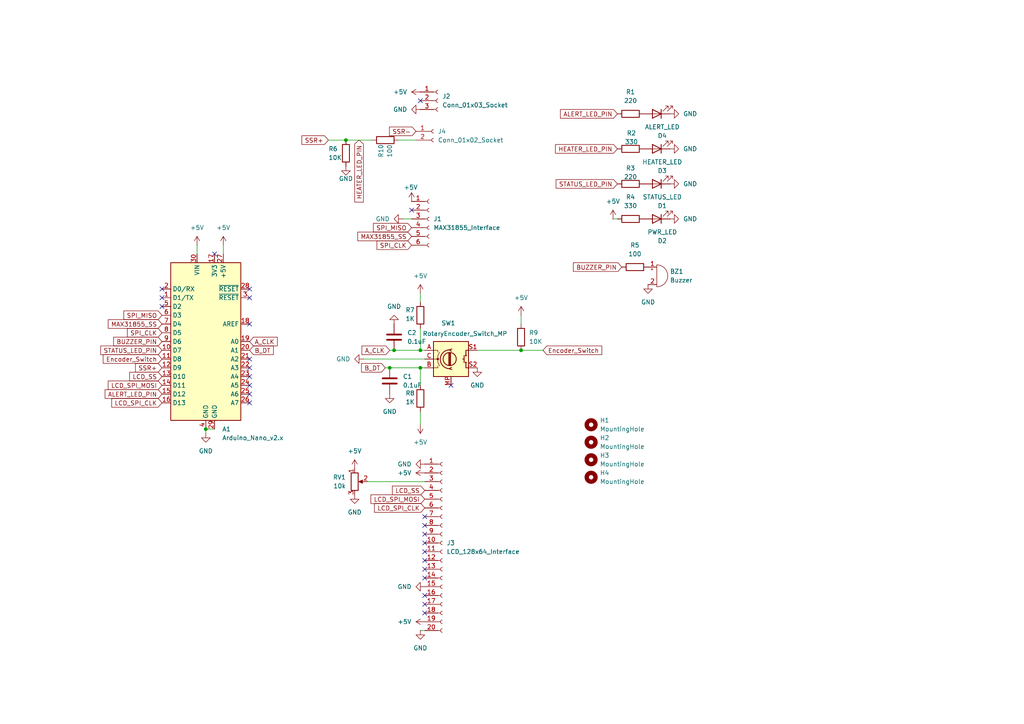
<source format=kicad_sch>
(kicad_sch
	(version 20231120)
	(generator "eeschema")
	(generator_version "8.0")
	(uuid "7d5460b6-e697-44b4-b518-c1b82789ddea")
	(paper "A4")
	(lib_symbols
		(symbol "Connector:Conn_01x02_Socket"
			(pin_names
				(offset 1.016) hide)
			(exclude_from_sim no)
			(in_bom yes)
			(on_board yes)
			(property "Reference" "J"
				(at 0 2.54 0)
				(effects
					(font
						(size 1.27 1.27)
					)
				)
			)
			(property "Value" "Conn_01x02_Socket"
				(at 0 -5.08 0)
				(effects
					(font
						(size 1.27 1.27)
					)
				)
			)
			(property "Footprint" ""
				(at 0 0 0)
				(effects
					(font
						(size 1.27 1.27)
					)
					(hide yes)
				)
			)
			(property "Datasheet" "~"
				(at 0 0 0)
				(effects
					(font
						(size 1.27 1.27)
					)
					(hide yes)
				)
			)
			(property "Description" "Generic connector, single row, 01x02, script generated"
				(at 0 0 0)
				(effects
					(font
						(size 1.27 1.27)
					)
					(hide yes)
				)
			)
			(property "ki_locked" ""
				(at 0 0 0)
				(effects
					(font
						(size 1.27 1.27)
					)
				)
			)
			(property "ki_keywords" "connector"
				(at 0 0 0)
				(effects
					(font
						(size 1.27 1.27)
					)
					(hide yes)
				)
			)
			(property "ki_fp_filters" "Connector*:*_1x??_*"
				(at 0 0 0)
				(effects
					(font
						(size 1.27 1.27)
					)
					(hide yes)
				)
			)
			(symbol "Conn_01x02_Socket_1_1"
				(arc
					(start 0 -2.032)
					(mid -0.5058 -2.54)
					(end 0 -3.048)
					(stroke
						(width 0.1524)
						(type default)
					)
					(fill
						(type none)
					)
				)
				(polyline
					(pts
						(xy -1.27 -2.54) (xy -0.508 -2.54)
					)
					(stroke
						(width 0.1524)
						(type default)
					)
					(fill
						(type none)
					)
				)
				(polyline
					(pts
						(xy -1.27 0) (xy -0.508 0)
					)
					(stroke
						(width 0.1524)
						(type default)
					)
					(fill
						(type none)
					)
				)
				(arc
					(start 0 0.508)
					(mid -0.5058 0)
					(end 0 -0.508)
					(stroke
						(width 0.1524)
						(type default)
					)
					(fill
						(type none)
					)
				)
				(pin passive line
					(at -5.08 0 0)
					(length 3.81)
					(name "Pin_1"
						(effects
							(font
								(size 1.27 1.27)
							)
						)
					)
					(number "1"
						(effects
							(font
								(size 1.27 1.27)
							)
						)
					)
				)
				(pin passive line
					(at -5.08 -2.54 0)
					(length 3.81)
					(name "Pin_2"
						(effects
							(font
								(size 1.27 1.27)
							)
						)
					)
					(number "2"
						(effects
							(font
								(size 1.27 1.27)
							)
						)
					)
				)
			)
		)
		(symbol "Connector:Conn_01x03_Socket"
			(pin_names
				(offset 1.016) hide)
			(exclude_from_sim no)
			(in_bom yes)
			(on_board yes)
			(property "Reference" "J"
				(at 0 5.08 0)
				(effects
					(font
						(size 1.27 1.27)
					)
				)
			)
			(property "Value" "Conn_01x03_Socket"
				(at 0 -5.08 0)
				(effects
					(font
						(size 1.27 1.27)
					)
				)
			)
			(property "Footprint" ""
				(at 0 0 0)
				(effects
					(font
						(size 1.27 1.27)
					)
					(hide yes)
				)
			)
			(property "Datasheet" "~"
				(at 0 0 0)
				(effects
					(font
						(size 1.27 1.27)
					)
					(hide yes)
				)
			)
			(property "Description" "Generic connector, single row, 01x03, script generated"
				(at 0 0 0)
				(effects
					(font
						(size 1.27 1.27)
					)
					(hide yes)
				)
			)
			(property "ki_locked" ""
				(at 0 0 0)
				(effects
					(font
						(size 1.27 1.27)
					)
				)
			)
			(property "ki_keywords" "connector"
				(at 0 0 0)
				(effects
					(font
						(size 1.27 1.27)
					)
					(hide yes)
				)
			)
			(property "ki_fp_filters" "Connector*:*_1x??_*"
				(at 0 0 0)
				(effects
					(font
						(size 1.27 1.27)
					)
					(hide yes)
				)
			)
			(symbol "Conn_01x03_Socket_1_1"
				(arc
					(start 0 -2.032)
					(mid -0.5058 -2.54)
					(end 0 -3.048)
					(stroke
						(width 0.1524)
						(type default)
					)
					(fill
						(type none)
					)
				)
				(polyline
					(pts
						(xy -1.27 -2.54) (xy -0.508 -2.54)
					)
					(stroke
						(width 0.1524)
						(type default)
					)
					(fill
						(type none)
					)
				)
				(polyline
					(pts
						(xy -1.27 0) (xy -0.508 0)
					)
					(stroke
						(width 0.1524)
						(type default)
					)
					(fill
						(type none)
					)
				)
				(polyline
					(pts
						(xy -1.27 2.54) (xy -0.508 2.54)
					)
					(stroke
						(width 0.1524)
						(type default)
					)
					(fill
						(type none)
					)
				)
				(arc
					(start 0 0.508)
					(mid -0.5058 0)
					(end 0 -0.508)
					(stroke
						(width 0.1524)
						(type default)
					)
					(fill
						(type none)
					)
				)
				(arc
					(start 0 3.048)
					(mid -0.5058 2.54)
					(end 0 2.032)
					(stroke
						(width 0.1524)
						(type default)
					)
					(fill
						(type none)
					)
				)
				(pin passive line
					(at -5.08 2.54 0)
					(length 3.81)
					(name "Pin_1"
						(effects
							(font
								(size 1.27 1.27)
							)
						)
					)
					(number "1"
						(effects
							(font
								(size 1.27 1.27)
							)
						)
					)
				)
				(pin passive line
					(at -5.08 0 0)
					(length 3.81)
					(name "Pin_2"
						(effects
							(font
								(size 1.27 1.27)
							)
						)
					)
					(number "2"
						(effects
							(font
								(size 1.27 1.27)
							)
						)
					)
				)
				(pin passive line
					(at -5.08 -2.54 0)
					(length 3.81)
					(name "Pin_3"
						(effects
							(font
								(size 1.27 1.27)
							)
						)
					)
					(number "3"
						(effects
							(font
								(size 1.27 1.27)
							)
						)
					)
				)
			)
		)
		(symbol "Connector:Conn_01x06_Socket"
			(pin_names
				(offset 1.016) hide)
			(exclude_from_sim no)
			(in_bom yes)
			(on_board yes)
			(property "Reference" "J"
				(at 0 7.62 0)
				(effects
					(font
						(size 1.27 1.27)
					)
				)
			)
			(property "Value" "Conn_01x06_Socket"
				(at 0 -10.16 0)
				(effects
					(font
						(size 1.27 1.27)
					)
				)
			)
			(property "Footprint" ""
				(at 0 0 0)
				(effects
					(font
						(size 1.27 1.27)
					)
					(hide yes)
				)
			)
			(property "Datasheet" "~"
				(at 0 0 0)
				(effects
					(font
						(size 1.27 1.27)
					)
					(hide yes)
				)
			)
			(property "Description" "Generic connector, single row, 01x06, script generated"
				(at 0 0 0)
				(effects
					(font
						(size 1.27 1.27)
					)
					(hide yes)
				)
			)
			(property "ki_locked" ""
				(at 0 0 0)
				(effects
					(font
						(size 1.27 1.27)
					)
				)
			)
			(property "ki_keywords" "connector"
				(at 0 0 0)
				(effects
					(font
						(size 1.27 1.27)
					)
					(hide yes)
				)
			)
			(property "ki_fp_filters" "Connector*:*_1x??_*"
				(at 0 0 0)
				(effects
					(font
						(size 1.27 1.27)
					)
					(hide yes)
				)
			)
			(symbol "Conn_01x06_Socket_1_1"
				(arc
					(start 0 -7.112)
					(mid -0.5058 -7.62)
					(end 0 -8.128)
					(stroke
						(width 0.1524)
						(type default)
					)
					(fill
						(type none)
					)
				)
				(arc
					(start 0 -4.572)
					(mid -0.5058 -5.08)
					(end 0 -5.588)
					(stroke
						(width 0.1524)
						(type default)
					)
					(fill
						(type none)
					)
				)
				(arc
					(start 0 -2.032)
					(mid -0.5058 -2.54)
					(end 0 -3.048)
					(stroke
						(width 0.1524)
						(type default)
					)
					(fill
						(type none)
					)
				)
				(polyline
					(pts
						(xy -1.27 -7.62) (xy -0.508 -7.62)
					)
					(stroke
						(width 0.1524)
						(type default)
					)
					(fill
						(type none)
					)
				)
				(polyline
					(pts
						(xy -1.27 -5.08) (xy -0.508 -5.08)
					)
					(stroke
						(width 0.1524)
						(type default)
					)
					(fill
						(type none)
					)
				)
				(polyline
					(pts
						(xy -1.27 -2.54) (xy -0.508 -2.54)
					)
					(stroke
						(width 0.1524)
						(type default)
					)
					(fill
						(type none)
					)
				)
				(polyline
					(pts
						(xy -1.27 0) (xy -0.508 0)
					)
					(stroke
						(width 0.1524)
						(type default)
					)
					(fill
						(type none)
					)
				)
				(polyline
					(pts
						(xy -1.27 2.54) (xy -0.508 2.54)
					)
					(stroke
						(width 0.1524)
						(type default)
					)
					(fill
						(type none)
					)
				)
				(polyline
					(pts
						(xy -1.27 5.08) (xy -0.508 5.08)
					)
					(stroke
						(width 0.1524)
						(type default)
					)
					(fill
						(type none)
					)
				)
				(arc
					(start 0 0.508)
					(mid -0.5058 0)
					(end 0 -0.508)
					(stroke
						(width 0.1524)
						(type default)
					)
					(fill
						(type none)
					)
				)
				(arc
					(start 0 3.048)
					(mid -0.5058 2.54)
					(end 0 2.032)
					(stroke
						(width 0.1524)
						(type default)
					)
					(fill
						(type none)
					)
				)
				(arc
					(start 0 5.588)
					(mid -0.5058 5.08)
					(end 0 4.572)
					(stroke
						(width 0.1524)
						(type default)
					)
					(fill
						(type none)
					)
				)
				(pin passive line
					(at -5.08 5.08 0)
					(length 3.81)
					(name "Pin_1"
						(effects
							(font
								(size 1.27 1.27)
							)
						)
					)
					(number "1"
						(effects
							(font
								(size 1.27 1.27)
							)
						)
					)
				)
				(pin passive line
					(at -5.08 2.54 0)
					(length 3.81)
					(name "Pin_2"
						(effects
							(font
								(size 1.27 1.27)
							)
						)
					)
					(number "2"
						(effects
							(font
								(size 1.27 1.27)
							)
						)
					)
				)
				(pin passive line
					(at -5.08 0 0)
					(length 3.81)
					(name "Pin_3"
						(effects
							(font
								(size 1.27 1.27)
							)
						)
					)
					(number "3"
						(effects
							(font
								(size 1.27 1.27)
							)
						)
					)
				)
				(pin passive line
					(at -5.08 -2.54 0)
					(length 3.81)
					(name "Pin_4"
						(effects
							(font
								(size 1.27 1.27)
							)
						)
					)
					(number "4"
						(effects
							(font
								(size 1.27 1.27)
							)
						)
					)
				)
				(pin passive line
					(at -5.08 -5.08 0)
					(length 3.81)
					(name "Pin_5"
						(effects
							(font
								(size 1.27 1.27)
							)
						)
					)
					(number "5"
						(effects
							(font
								(size 1.27 1.27)
							)
						)
					)
				)
				(pin passive line
					(at -5.08 -7.62 0)
					(length 3.81)
					(name "Pin_6"
						(effects
							(font
								(size 1.27 1.27)
							)
						)
					)
					(number "6"
						(effects
							(font
								(size 1.27 1.27)
							)
						)
					)
				)
			)
		)
		(symbol "Connector:Conn_01x20_Socket"
			(pin_names
				(offset 1.016) hide)
			(exclude_from_sim no)
			(in_bom yes)
			(on_board yes)
			(property "Reference" "J"
				(at 0 25.4 0)
				(effects
					(font
						(size 1.27 1.27)
					)
				)
			)
			(property "Value" "Conn_01x20_Socket"
				(at 0 -27.94 0)
				(effects
					(font
						(size 1.27 1.27)
					)
				)
			)
			(property "Footprint" ""
				(at 0 0 0)
				(effects
					(font
						(size 1.27 1.27)
					)
					(hide yes)
				)
			)
			(property "Datasheet" "~"
				(at 0 0 0)
				(effects
					(font
						(size 1.27 1.27)
					)
					(hide yes)
				)
			)
			(property "Description" "Generic connector, single row, 01x20, script generated"
				(at 0 0 0)
				(effects
					(font
						(size 1.27 1.27)
					)
					(hide yes)
				)
			)
			(property "ki_locked" ""
				(at 0 0 0)
				(effects
					(font
						(size 1.27 1.27)
					)
				)
			)
			(property "ki_keywords" "connector"
				(at 0 0 0)
				(effects
					(font
						(size 1.27 1.27)
					)
					(hide yes)
				)
			)
			(property "ki_fp_filters" "Connector*:*_1x??_*"
				(at 0 0 0)
				(effects
					(font
						(size 1.27 1.27)
					)
					(hide yes)
				)
			)
			(symbol "Conn_01x20_Socket_1_1"
				(arc
					(start 0 -24.892)
					(mid -0.5058 -25.4)
					(end 0 -25.908)
					(stroke
						(width 0.1524)
						(type default)
					)
					(fill
						(type none)
					)
				)
				(arc
					(start 0 -22.352)
					(mid -0.5058 -22.86)
					(end 0 -23.368)
					(stroke
						(width 0.1524)
						(type default)
					)
					(fill
						(type none)
					)
				)
				(arc
					(start 0 -19.812)
					(mid -0.5058 -20.32)
					(end 0 -20.828)
					(stroke
						(width 0.1524)
						(type default)
					)
					(fill
						(type none)
					)
				)
				(arc
					(start 0 -17.272)
					(mid -0.5058 -17.78)
					(end 0 -18.288)
					(stroke
						(width 0.1524)
						(type default)
					)
					(fill
						(type none)
					)
				)
				(arc
					(start 0 -14.732)
					(mid -0.5058 -15.24)
					(end 0 -15.748)
					(stroke
						(width 0.1524)
						(type default)
					)
					(fill
						(type none)
					)
				)
				(arc
					(start 0 -12.192)
					(mid -0.5058 -12.7)
					(end 0 -13.208)
					(stroke
						(width 0.1524)
						(type default)
					)
					(fill
						(type none)
					)
				)
				(arc
					(start 0 -9.652)
					(mid -0.5058 -10.16)
					(end 0 -10.668)
					(stroke
						(width 0.1524)
						(type default)
					)
					(fill
						(type none)
					)
				)
				(arc
					(start 0 -7.112)
					(mid -0.5058 -7.62)
					(end 0 -8.128)
					(stroke
						(width 0.1524)
						(type default)
					)
					(fill
						(type none)
					)
				)
				(arc
					(start 0 -4.572)
					(mid -0.5058 -5.08)
					(end 0 -5.588)
					(stroke
						(width 0.1524)
						(type default)
					)
					(fill
						(type none)
					)
				)
				(arc
					(start 0 -2.032)
					(mid -0.5058 -2.54)
					(end 0 -3.048)
					(stroke
						(width 0.1524)
						(type default)
					)
					(fill
						(type none)
					)
				)
				(polyline
					(pts
						(xy -1.27 -25.4) (xy -0.508 -25.4)
					)
					(stroke
						(width 0.1524)
						(type default)
					)
					(fill
						(type none)
					)
				)
				(polyline
					(pts
						(xy -1.27 -22.86) (xy -0.508 -22.86)
					)
					(stroke
						(width 0.1524)
						(type default)
					)
					(fill
						(type none)
					)
				)
				(polyline
					(pts
						(xy -1.27 -20.32) (xy -0.508 -20.32)
					)
					(stroke
						(width 0.1524)
						(type default)
					)
					(fill
						(type none)
					)
				)
				(polyline
					(pts
						(xy -1.27 -17.78) (xy -0.508 -17.78)
					)
					(stroke
						(width 0.1524)
						(type default)
					)
					(fill
						(type none)
					)
				)
				(polyline
					(pts
						(xy -1.27 -15.24) (xy -0.508 -15.24)
					)
					(stroke
						(width 0.1524)
						(type default)
					)
					(fill
						(type none)
					)
				)
				(polyline
					(pts
						(xy -1.27 -12.7) (xy -0.508 -12.7)
					)
					(stroke
						(width 0.1524)
						(type default)
					)
					(fill
						(type none)
					)
				)
				(polyline
					(pts
						(xy -1.27 -10.16) (xy -0.508 -10.16)
					)
					(stroke
						(width 0.1524)
						(type default)
					)
					(fill
						(type none)
					)
				)
				(polyline
					(pts
						(xy -1.27 -7.62) (xy -0.508 -7.62)
					)
					(stroke
						(width 0.1524)
						(type default)
					)
					(fill
						(type none)
					)
				)
				(polyline
					(pts
						(xy -1.27 -5.08) (xy -0.508 -5.08)
					)
					(stroke
						(width 0.1524)
						(type default)
					)
					(fill
						(type none)
					)
				)
				(polyline
					(pts
						(xy -1.27 -2.54) (xy -0.508 -2.54)
					)
					(stroke
						(width 0.1524)
						(type default)
					)
					(fill
						(type none)
					)
				)
				(polyline
					(pts
						(xy -1.27 0) (xy -0.508 0)
					)
					(stroke
						(width 0.1524)
						(type default)
					)
					(fill
						(type none)
					)
				)
				(polyline
					(pts
						(xy -1.27 2.54) (xy -0.508 2.54)
					)
					(stroke
						(width 0.1524)
						(type default)
					)
					(fill
						(type none)
					)
				)
				(polyline
					(pts
						(xy -1.27 5.08) (xy -0.508 5.08)
					)
					(stroke
						(width 0.1524)
						(type default)
					)
					(fill
						(type none)
					)
				)
				(polyline
					(pts
						(xy -1.27 7.62) (xy -0.508 7.62)
					)
					(stroke
						(width 0.1524)
						(type default)
					)
					(fill
						(type none)
					)
				)
				(polyline
					(pts
						(xy -1.27 10.16) (xy -0.508 10.16)
					)
					(stroke
						(width 0.1524)
						(type default)
					)
					(fill
						(type none)
					)
				)
				(polyline
					(pts
						(xy -1.27 12.7) (xy -0.508 12.7)
					)
					(stroke
						(width 0.1524)
						(type default)
					)
					(fill
						(type none)
					)
				)
				(polyline
					(pts
						(xy -1.27 15.24) (xy -0.508 15.24)
					)
					(stroke
						(width 0.1524)
						(type default)
					)
					(fill
						(type none)
					)
				)
				(polyline
					(pts
						(xy -1.27 17.78) (xy -0.508 17.78)
					)
					(stroke
						(width 0.1524)
						(type default)
					)
					(fill
						(type none)
					)
				)
				(polyline
					(pts
						(xy -1.27 20.32) (xy -0.508 20.32)
					)
					(stroke
						(width 0.1524)
						(type default)
					)
					(fill
						(type none)
					)
				)
				(polyline
					(pts
						(xy -1.27 22.86) (xy -0.508 22.86)
					)
					(stroke
						(width 0.1524)
						(type default)
					)
					(fill
						(type none)
					)
				)
				(arc
					(start 0 0.508)
					(mid -0.5058 0)
					(end 0 -0.508)
					(stroke
						(width 0.1524)
						(type default)
					)
					(fill
						(type none)
					)
				)
				(arc
					(start 0 3.048)
					(mid -0.5058 2.54)
					(end 0 2.032)
					(stroke
						(width 0.1524)
						(type default)
					)
					(fill
						(type none)
					)
				)
				(arc
					(start 0 5.588)
					(mid -0.5058 5.08)
					(end 0 4.572)
					(stroke
						(width 0.1524)
						(type default)
					)
					(fill
						(type none)
					)
				)
				(arc
					(start 0 8.128)
					(mid -0.5058 7.62)
					(end 0 7.112)
					(stroke
						(width 0.1524)
						(type default)
					)
					(fill
						(type none)
					)
				)
				(arc
					(start 0 10.668)
					(mid -0.5058 10.16)
					(end 0 9.652)
					(stroke
						(width 0.1524)
						(type default)
					)
					(fill
						(type none)
					)
				)
				(arc
					(start 0 13.208)
					(mid -0.5058 12.7)
					(end 0 12.192)
					(stroke
						(width 0.1524)
						(type default)
					)
					(fill
						(type none)
					)
				)
				(arc
					(start 0 15.748)
					(mid -0.5058 15.24)
					(end 0 14.732)
					(stroke
						(width 0.1524)
						(type default)
					)
					(fill
						(type none)
					)
				)
				(arc
					(start 0 18.288)
					(mid -0.5058 17.78)
					(end 0 17.272)
					(stroke
						(width 0.1524)
						(type default)
					)
					(fill
						(type none)
					)
				)
				(arc
					(start 0 20.828)
					(mid -0.5058 20.32)
					(end 0 19.812)
					(stroke
						(width 0.1524)
						(type default)
					)
					(fill
						(type none)
					)
				)
				(arc
					(start 0 23.368)
					(mid -0.5058 22.86)
					(end 0 22.352)
					(stroke
						(width 0.1524)
						(type default)
					)
					(fill
						(type none)
					)
				)
				(pin passive line
					(at -5.08 22.86 0)
					(length 3.81)
					(name "Pin_1"
						(effects
							(font
								(size 1.27 1.27)
							)
						)
					)
					(number "1"
						(effects
							(font
								(size 1.27 1.27)
							)
						)
					)
				)
				(pin passive line
					(at -5.08 0 0)
					(length 3.81)
					(name "Pin_10"
						(effects
							(font
								(size 1.27 1.27)
							)
						)
					)
					(number "10"
						(effects
							(font
								(size 1.27 1.27)
							)
						)
					)
				)
				(pin passive line
					(at -5.08 -2.54 0)
					(length 3.81)
					(name "Pin_11"
						(effects
							(font
								(size 1.27 1.27)
							)
						)
					)
					(number "11"
						(effects
							(font
								(size 1.27 1.27)
							)
						)
					)
				)
				(pin passive line
					(at -5.08 -5.08 0)
					(length 3.81)
					(name "Pin_12"
						(effects
							(font
								(size 1.27 1.27)
							)
						)
					)
					(number "12"
						(effects
							(font
								(size 1.27 1.27)
							)
						)
					)
				)
				(pin passive line
					(at -5.08 -7.62 0)
					(length 3.81)
					(name "Pin_13"
						(effects
							(font
								(size 1.27 1.27)
							)
						)
					)
					(number "13"
						(effects
							(font
								(size 1.27 1.27)
							)
						)
					)
				)
				(pin passive line
					(at -5.08 -10.16 0)
					(length 3.81)
					(name "Pin_14"
						(effects
							(font
								(size 1.27 1.27)
							)
						)
					)
					(number "14"
						(effects
							(font
								(size 1.27 1.27)
							)
						)
					)
				)
				(pin passive line
					(at -5.08 -12.7 0)
					(length 3.81)
					(name "Pin_15"
						(effects
							(font
								(size 1.27 1.27)
							)
						)
					)
					(number "15"
						(effects
							(font
								(size 1.27 1.27)
							)
						)
					)
				)
				(pin passive line
					(at -5.08 -15.24 0)
					(length 3.81)
					(name "Pin_16"
						(effects
							(font
								(size 1.27 1.27)
							)
						)
					)
					(number "16"
						(effects
							(font
								(size 1.27 1.27)
							)
						)
					)
				)
				(pin passive line
					(at -5.08 -17.78 0)
					(length 3.81)
					(name "Pin_17"
						(effects
							(font
								(size 1.27 1.27)
							)
						)
					)
					(number "17"
						(effects
							(font
								(size 1.27 1.27)
							)
						)
					)
				)
				(pin passive line
					(at -5.08 -20.32 0)
					(length 3.81)
					(name "Pin_18"
						(effects
							(font
								(size 1.27 1.27)
							)
						)
					)
					(number "18"
						(effects
							(font
								(size 1.27 1.27)
							)
						)
					)
				)
				(pin passive line
					(at -5.08 -22.86 0)
					(length 3.81)
					(name "Pin_19"
						(effects
							(font
								(size 1.27 1.27)
							)
						)
					)
					(number "19"
						(effects
							(font
								(size 1.27 1.27)
							)
						)
					)
				)
				(pin passive line
					(at -5.08 20.32 0)
					(length 3.81)
					(name "Pin_2"
						(effects
							(font
								(size 1.27 1.27)
							)
						)
					)
					(number "2"
						(effects
							(font
								(size 1.27 1.27)
							)
						)
					)
				)
				(pin passive line
					(at -5.08 -25.4 0)
					(length 3.81)
					(name "Pin_20"
						(effects
							(font
								(size 1.27 1.27)
							)
						)
					)
					(number "20"
						(effects
							(font
								(size 1.27 1.27)
							)
						)
					)
				)
				(pin passive line
					(at -5.08 17.78 0)
					(length 3.81)
					(name "Pin_3"
						(effects
							(font
								(size 1.27 1.27)
							)
						)
					)
					(number "3"
						(effects
							(font
								(size 1.27 1.27)
							)
						)
					)
				)
				(pin passive line
					(at -5.08 15.24 0)
					(length 3.81)
					(name "Pin_4"
						(effects
							(font
								(size 1.27 1.27)
							)
						)
					)
					(number "4"
						(effects
							(font
								(size 1.27 1.27)
							)
						)
					)
				)
				(pin passive line
					(at -5.08 12.7 0)
					(length 3.81)
					(name "Pin_5"
						(effects
							(font
								(size 1.27 1.27)
							)
						)
					)
					(number "5"
						(effects
							(font
								(size 1.27 1.27)
							)
						)
					)
				)
				(pin passive line
					(at -5.08 10.16 0)
					(length 3.81)
					(name "Pin_6"
						(effects
							(font
								(size 1.27 1.27)
							)
						)
					)
					(number "6"
						(effects
							(font
								(size 1.27 1.27)
							)
						)
					)
				)
				(pin passive line
					(at -5.08 7.62 0)
					(length 3.81)
					(name "Pin_7"
						(effects
							(font
								(size 1.27 1.27)
							)
						)
					)
					(number "7"
						(effects
							(font
								(size 1.27 1.27)
							)
						)
					)
				)
				(pin passive line
					(at -5.08 5.08 0)
					(length 3.81)
					(name "Pin_8"
						(effects
							(font
								(size 1.27 1.27)
							)
						)
					)
					(number "8"
						(effects
							(font
								(size 1.27 1.27)
							)
						)
					)
				)
				(pin passive line
					(at -5.08 2.54 0)
					(length 3.81)
					(name "Pin_9"
						(effects
							(font
								(size 1.27 1.27)
							)
						)
					)
					(number "9"
						(effects
							(font
								(size 1.27 1.27)
							)
						)
					)
				)
			)
		)
		(symbol "Device:Buzzer"
			(pin_names
				(offset 0.0254) hide)
			(exclude_from_sim no)
			(in_bom yes)
			(on_board yes)
			(property "Reference" "BZ"
				(at 3.81 1.27 0)
				(effects
					(font
						(size 1.27 1.27)
					)
					(justify left)
				)
			)
			(property "Value" "Buzzer"
				(at 3.81 -1.27 0)
				(effects
					(font
						(size 1.27 1.27)
					)
					(justify left)
				)
			)
			(property "Footprint" ""
				(at -0.635 2.54 90)
				(effects
					(font
						(size 1.27 1.27)
					)
					(hide yes)
				)
			)
			(property "Datasheet" "~"
				(at -0.635 2.54 90)
				(effects
					(font
						(size 1.27 1.27)
					)
					(hide yes)
				)
			)
			(property "Description" "Buzzer, polarized"
				(at 0 0 0)
				(effects
					(font
						(size 1.27 1.27)
					)
					(hide yes)
				)
			)
			(property "ki_keywords" "quartz resonator ceramic"
				(at 0 0 0)
				(effects
					(font
						(size 1.27 1.27)
					)
					(hide yes)
				)
			)
			(property "ki_fp_filters" "*Buzzer*"
				(at 0 0 0)
				(effects
					(font
						(size 1.27 1.27)
					)
					(hide yes)
				)
			)
			(symbol "Buzzer_0_1"
				(arc
					(start 0 -3.175)
					(mid 3.1612 0)
					(end 0 3.175)
					(stroke
						(width 0)
						(type default)
					)
					(fill
						(type none)
					)
				)
				(polyline
					(pts
						(xy -1.651 1.905) (xy -1.143 1.905)
					)
					(stroke
						(width 0)
						(type default)
					)
					(fill
						(type none)
					)
				)
				(polyline
					(pts
						(xy -1.397 2.159) (xy -1.397 1.651)
					)
					(stroke
						(width 0)
						(type default)
					)
					(fill
						(type none)
					)
				)
				(polyline
					(pts
						(xy 0 3.175) (xy 0 -3.175)
					)
					(stroke
						(width 0)
						(type default)
					)
					(fill
						(type none)
					)
				)
			)
			(symbol "Buzzer_1_1"
				(pin passive line
					(at -2.54 2.54 0)
					(length 2.54)
					(name "+"
						(effects
							(font
								(size 1.27 1.27)
							)
						)
					)
					(number "1"
						(effects
							(font
								(size 1.27 1.27)
							)
						)
					)
				)
				(pin passive line
					(at -2.54 -2.54 0)
					(length 2.54)
					(name "-"
						(effects
							(font
								(size 1.27 1.27)
							)
						)
					)
					(number "2"
						(effects
							(font
								(size 1.27 1.27)
							)
						)
					)
				)
			)
		)
		(symbol "Device:C"
			(pin_numbers hide)
			(pin_names
				(offset 0.254)
			)
			(exclude_from_sim no)
			(in_bom yes)
			(on_board yes)
			(property "Reference" "C"
				(at 0.635 2.54 0)
				(effects
					(font
						(size 1.27 1.27)
					)
					(justify left)
				)
			)
			(property "Value" "C"
				(at 0.635 -2.54 0)
				(effects
					(font
						(size 1.27 1.27)
					)
					(justify left)
				)
			)
			(property "Footprint" ""
				(at 0.9652 -3.81 0)
				(effects
					(font
						(size 1.27 1.27)
					)
					(hide yes)
				)
			)
			(property "Datasheet" "~"
				(at 0 0 0)
				(effects
					(font
						(size 1.27 1.27)
					)
					(hide yes)
				)
			)
			(property "Description" "Unpolarized capacitor"
				(at 0 0 0)
				(effects
					(font
						(size 1.27 1.27)
					)
					(hide yes)
				)
			)
			(property "ki_keywords" "cap capacitor"
				(at 0 0 0)
				(effects
					(font
						(size 1.27 1.27)
					)
					(hide yes)
				)
			)
			(property "ki_fp_filters" "C_*"
				(at 0 0 0)
				(effects
					(font
						(size 1.27 1.27)
					)
					(hide yes)
				)
			)
			(symbol "C_0_1"
				(polyline
					(pts
						(xy -2.032 -0.762) (xy 2.032 -0.762)
					)
					(stroke
						(width 0.508)
						(type default)
					)
					(fill
						(type none)
					)
				)
				(polyline
					(pts
						(xy -2.032 0.762) (xy 2.032 0.762)
					)
					(stroke
						(width 0.508)
						(type default)
					)
					(fill
						(type none)
					)
				)
			)
			(symbol "C_1_1"
				(pin passive line
					(at 0 3.81 270)
					(length 2.794)
					(name "~"
						(effects
							(font
								(size 1.27 1.27)
							)
						)
					)
					(number "1"
						(effects
							(font
								(size 1.27 1.27)
							)
						)
					)
				)
				(pin passive line
					(at 0 -3.81 90)
					(length 2.794)
					(name "~"
						(effects
							(font
								(size 1.27 1.27)
							)
						)
					)
					(number "2"
						(effects
							(font
								(size 1.27 1.27)
							)
						)
					)
				)
			)
		)
		(symbol "Device:LED"
			(pin_numbers hide)
			(pin_names
				(offset 1.016) hide)
			(exclude_from_sim no)
			(in_bom yes)
			(on_board yes)
			(property "Reference" "D"
				(at 0 2.54 0)
				(effects
					(font
						(size 1.27 1.27)
					)
				)
			)
			(property "Value" "LED"
				(at 0 -2.54 0)
				(effects
					(font
						(size 1.27 1.27)
					)
				)
			)
			(property "Footprint" ""
				(at 0 0 0)
				(effects
					(font
						(size 1.27 1.27)
					)
					(hide yes)
				)
			)
			(property "Datasheet" "~"
				(at 0 0 0)
				(effects
					(font
						(size 1.27 1.27)
					)
					(hide yes)
				)
			)
			(property "Description" "Light emitting diode"
				(at 0 0 0)
				(effects
					(font
						(size 1.27 1.27)
					)
					(hide yes)
				)
			)
			(property "ki_keywords" "LED diode"
				(at 0 0 0)
				(effects
					(font
						(size 1.27 1.27)
					)
					(hide yes)
				)
			)
			(property "ki_fp_filters" "LED* LED_SMD:* LED_THT:*"
				(at 0 0 0)
				(effects
					(font
						(size 1.27 1.27)
					)
					(hide yes)
				)
			)
			(symbol "LED_0_1"
				(polyline
					(pts
						(xy -1.27 -1.27) (xy -1.27 1.27)
					)
					(stroke
						(width 0.254)
						(type default)
					)
					(fill
						(type none)
					)
				)
				(polyline
					(pts
						(xy -1.27 0) (xy 1.27 0)
					)
					(stroke
						(width 0)
						(type default)
					)
					(fill
						(type none)
					)
				)
				(polyline
					(pts
						(xy 1.27 -1.27) (xy 1.27 1.27) (xy -1.27 0) (xy 1.27 -1.27)
					)
					(stroke
						(width 0.254)
						(type default)
					)
					(fill
						(type none)
					)
				)
				(polyline
					(pts
						(xy -3.048 -0.762) (xy -4.572 -2.286) (xy -3.81 -2.286) (xy -4.572 -2.286) (xy -4.572 -1.524)
					)
					(stroke
						(width 0)
						(type default)
					)
					(fill
						(type none)
					)
				)
				(polyline
					(pts
						(xy -1.778 -0.762) (xy -3.302 -2.286) (xy -2.54 -2.286) (xy -3.302 -2.286) (xy -3.302 -1.524)
					)
					(stroke
						(width 0)
						(type default)
					)
					(fill
						(type none)
					)
				)
			)
			(symbol "LED_1_1"
				(pin passive line
					(at -3.81 0 0)
					(length 2.54)
					(name "K"
						(effects
							(font
								(size 1.27 1.27)
							)
						)
					)
					(number "1"
						(effects
							(font
								(size 1.27 1.27)
							)
						)
					)
				)
				(pin passive line
					(at 3.81 0 180)
					(length 2.54)
					(name "A"
						(effects
							(font
								(size 1.27 1.27)
							)
						)
					)
					(number "2"
						(effects
							(font
								(size 1.27 1.27)
							)
						)
					)
				)
			)
		)
		(symbol "Device:R"
			(pin_numbers hide)
			(pin_names
				(offset 0)
			)
			(exclude_from_sim no)
			(in_bom yes)
			(on_board yes)
			(property "Reference" "R"
				(at 2.032 0 90)
				(effects
					(font
						(size 1.27 1.27)
					)
				)
			)
			(property "Value" "R"
				(at 0 0 90)
				(effects
					(font
						(size 1.27 1.27)
					)
				)
			)
			(property "Footprint" ""
				(at -1.778 0 90)
				(effects
					(font
						(size 1.27 1.27)
					)
					(hide yes)
				)
			)
			(property "Datasheet" "~"
				(at 0 0 0)
				(effects
					(font
						(size 1.27 1.27)
					)
					(hide yes)
				)
			)
			(property "Description" "Resistor"
				(at 0 0 0)
				(effects
					(font
						(size 1.27 1.27)
					)
					(hide yes)
				)
			)
			(property "ki_keywords" "R res resistor"
				(at 0 0 0)
				(effects
					(font
						(size 1.27 1.27)
					)
					(hide yes)
				)
			)
			(property "ki_fp_filters" "R_*"
				(at 0 0 0)
				(effects
					(font
						(size 1.27 1.27)
					)
					(hide yes)
				)
			)
			(symbol "R_0_1"
				(rectangle
					(start -1.016 -2.54)
					(end 1.016 2.54)
					(stroke
						(width 0.254)
						(type default)
					)
					(fill
						(type none)
					)
				)
			)
			(symbol "R_1_1"
				(pin passive line
					(at 0 3.81 270)
					(length 1.27)
					(name "~"
						(effects
							(font
								(size 1.27 1.27)
							)
						)
					)
					(number "1"
						(effects
							(font
								(size 1.27 1.27)
							)
						)
					)
				)
				(pin passive line
					(at 0 -3.81 90)
					(length 1.27)
					(name "~"
						(effects
							(font
								(size 1.27 1.27)
							)
						)
					)
					(number "2"
						(effects
							(font
								(size 1.27 1.27)
							)
						)
					)
				)
			)
		)
		(symbol "Device:R_Potentiometer"
			(pin_names
				(offset 1.016) hide)
			(exclude_from_sim no)
			(in_bom yes)
			(on_board yes)
			(property "Reference" "RV"
				(at -4.445 0 90)
				(effects
					(font
						(size 1.27 1.27)
					)
				)
			)
			(property "Value" "R_Potentiometer"
				(at -2.54 0 90)
				(effects
					(font
						(size 1.27 1.27)
					)
				)
			)
			(property "Footprint" ""
				(at 0 0 0)
				(effects
					(font
						(size 1.27 1.27)
					)
					(hide yes)
				)
			)
			(property "Datasheet" "~"
				(at 0 0 0)
				(effects
					(font
						(size 1.27 1.27)
					)
					(hide yes)
				)
			)
			(property "Description" "Potentiometer"
				(at 0 0 0)
				(effects
					(font
						(size 1.27 1.27)
					)
					(hide yes)
				)
			)
			(property "ki_keywords" "resistor variable"
				(at 0 0 0)
				(effects
					(font
						(size 1.27 1.27)
					)
					(hide yes)
				)
			)
			(property "ki_fp_filters" "Potentiometer*"
				(at 0 0 0)
				(effects
					(font
						(size 1.27 1.27)
					)
					(hide yes)
				)
			)
			(symbol "R_Potentiometer_0_1"
				(polyline
					(pts
						(xy 2.54 0) (xy 1.524 0)
					)
					(stroke
						(width 0)
						(type default)
					)
					(fill
						(type none)
					)
				)
				(polyline
					(pts
						(xy 1.143 0) (xy 2.286 0.508) (xy 2.286 -0.508) (xy 1.143 0)
					)
					(stroke
						(width 0)
						(type default)
					)
					(fill
						(type outline)
					)
				)
				(rectangle
					(start 1.016 2.54)
					(end -1.016 -2.54)
					(stroke
						(width 0.254)
						(type default)
					)
					(fill
						(type none)
					)
				)
			)
			(symbol "R_Potentiometer_1_1"
				(pin passive line
					(at 0 3.81 270)
					(length 1.27)
					(name "1"
						(effects
							(font
								(size 1.27 1.27)
							)
						)
					)
					(number "1"
						(effects
							(font
								(size 1.27 1.27)
							)
						)
					)
				)
				(pin passive line
					(at 3.81 0 180)
					(length 1.27)
					(name "2"
						(effects
							(font
								(size 1.27 1.27)
							)
						)
					)
					(number "2"
						(effects
							(font
								(size 1.27 1.27)
							)
						)
					)
				)
				(pin passive line
					(at 0 -3.81 90)
					(length 1.27)
					(name "3"
						(effects
							(font
								(size 1.27 1.27)
							)
						)
					)
					(number "3"
						(effects
							(font
								(size 1.27 1.27)
							)
						)
					)
				)
			)
		)
		(symbol "Device:RotaryEncoder_Switch_MP"
			(pin_names
				(offset 0.254) hide)
			(exclude_from_sim no)
			(in_bom yes)
			(on_board yes)
			(property "Reference" "SW"
				(at 0 8.89 0)
				(effects
					(font
						(size 1.27 1.27)
					)
				)
			)
			(property "Value" "RotaryEncoder_Switch_MP"
				(at 0 6.35 0)
				(effects
					(font
						(size 1.27 1.27)
					)
				)
			)
			(property "Footprint" ""
				(at -3.81 4.064 0)
				(effects
					(font
						(size 1.27 1.27)
					)
					(hide yes)
				)
			)
			(property "Datasheet" "~"
				(at 0 -12.7 0)
				(effects
					(font
						(size 1.27 1.27)
					)
					(hide yes)
				)
			)
			(property "Description" "Rotary encoder, dual channel, incremental quadrate outputs, with switch and MP Pin"
				(at 0 -15.24 0)
				(effects
					(font
						(size 1.27 1.27)
					)
					(hide yes)
				)
			)
			(property "ki_keywords" "rotary switch encoder switch push button"
				(at 0 0 0)
				(effects
					(font
						(size 1.27 1.27)
					)
					(hide yes)
				)
			)
			(property "ki_fp_filters" "RotaryEncoder*Switch*"
				(at 0 0 0)
				(effects
					(font
						(size 1.27 1.27)
					)
					(hide yes)
				)
			)
			(symbol "RotaryEncoder_Switch_MP_0_1"
				(rectangle
					(start -5.08 5.08)
					(end 5.08 -5.08)
					(stroke
						(width 0.254)
						(type default)
					)
					(fill
						(type background)
					)
				)
				(circle
					(center -3.81 0)
					(radius 0.254)
					(stroke
						(width 0)
						(type default)
					)
					(fill
						(type outline)
					)
				)
				(circle
					(center -0.381 0)
					(radius 1.905)
					(stroke
						(width 0.254)
						(type default)
					)
					(fill
						(type none)
					)
				)
				(arc
					(start -0.381 2.667)
					(mid -3.0988 -0.0635)
					(end -0.381 -2.794)
					(stroke
						(width 0.254)
						(type default)
					)
					(fill
						(type none)
					)
				)
				(polyline
					(pts
						(xy -0.635 -1.778) (xy -0.635 1.778)
					)
					(stroke
						(width 0.254)
						(type default)
					)
					(fill
						(type none)
					)
				)
				(polyline
					(pts
						(xy -0.381 -1.778) (xy -0.381 1.778)
					)
					(stroke
						(width 0.254)
						(type default)
					)
					(fill
						(type none)
					)
				)
				(polyline
					(pts
						(xy -0.127 1.778) (xy -0.127 -1.778)
					)
					(stroke
						(width 0.254)
						(type default)
					)
					(fill
						(type none)
					)
				)
				(polyline
					(pts
						(xy 3.81 0) (xy 3.429 0)
					)
					(stroke
						(width 0.254)
						(type default)
					)
					(fill
						(type none)
					)
				)
				(polyline
					(pts
						(xy 3.81 1.016) (xy 3.81 -1.016)
					)
					(stroke
						(width 0.254)
						(type default)
					)
					(fill
						(type none)
					)
				)
				(polyline
					(pts
						(xy -5.08 -2.54) (xy -3.81 -2.54) (xy -3.81 -2.032)
					)
					(stroke
						(width 0)
						(type default)
					)
					(fill
						(type none)
					)
				)
				(polyline
					(pts
						(xy -5.08 2.54) (xy -3.81 2.54) (xy -3.81 2.032)
					)
					(stroke
						(width 0)
						(type default)
					)
					(fill
						(type none)
					)
				)
				(polyline
					(pts
						(xy 0.254 -3.048) (xy -0.508 -2.794) (xy 0.127 -2.413)
					)
					(stroke
						(width 0.254)
						(type default)
					)
					(fill
						(type none)
					)
				)
				(polyline
					(pts
						(xy 0.254 2.921) (xy -0.508 2.667) (xy 0.127 2.286)
					)
					(stroke
						(width 0.254)
						(type default)
					)
					(fill
						(type none)
					)
				)
				(polyline
					(pts
						(xy 5.08 -2.54) (xy 4.318 -2.54) (xy 4.318 -1.016)
					)
					(stroke
						(width 0.254)
						(type default)
					)
					(fill
						(type none)
					)
				)
				(polyline
					(pts
						(xy 5.08 2.54) (xy 4.318 2.54) (xy 4.318 1.016)
					)
					(stroke
						(width 0.254)
						(type default)
					)
					(fill
						(type none)
					)
				)
				(polyline
					(pts
						(xy -5.08 0) (xy -3.81 0) (xy -3.81 -1.016) (xy -3.302 -2.032)
					)
					(stroke
						(width 0)
						(type default)
					)
					(fill
						(type none)
					)
				)
				(polyline
					(pts
						(xy -4.318 0) (xy -3.81 0) (xy -3.81 1.016) (xy -3.302 2.032)
					)
					(stroke
						(width 0)
						(type default)
					)
					(fill
						(type none)
					)
				)
				(circle
					(center 4.318 -1.016)
					(radius 0.127)
					(stroke
						(width 0.254)
						(type default)
					)
					(fill
						(type none)
					)
				)
				(circle
					(center 4.318 1.016)
					(radius 0.127)
					(stroke
						(width 0.254)
						(type default)
					)
					(fill
						(type none)
					)
				)
			)
			(symbol "RotaryEncoder_Switch_MP_1_1"
				(pin passive line
					(at -7.62 2.54 0)
					(length 2.54)
					(name "A"
						(effects
							(font
								(size 1.27 1.27)
							)
						)
					)
					(number "A"
						(effects
							(font
								(size 1.27 1.27)
							)
						)
					)
				)
				(pin passive line
					(at -7.62 -2.54 0)
					(length 2.54)
					(name "B"
						(effects
							(font
								(size 1.27 1.27)
							)
						)
					)
					(number "B"
						(effects
							(font
								(size 1.27 1.27)
							)
						)
					)
				)
				(pin passive line
					(at -7.62 0 0)
					(length 2.54)
					(name "C"
						(effects
							(font
								(size 1.27 1.27)
							)
						)
					)
					(number "C"
						(effects
							(font
								(size 1.27 1.27)
							)
						)
					)
				)
				(pin passive line
					(at 0 -7.62 90)
					(length 2.54)
					(name "MP"
						(effects
							(font
								(size 1.27 1.27)
							)
						)
					)
					(number "MP"
						(effects
							(font
								(size 1.27 1.27)
							)
						)
					)
				)
				(pin passive line
					(at 7.62 2.54 180)
					(length 2.54)
					(name "S1"
						(effects
							(font
								(size 1.27 1.27)
							)
						)
					)
					(number "S1"
						(effects
							(font
								(size 1.27 1.27)
							)
						)
					)
				)
				(pin passive line
					(at 7.62 -2.54 180)
					(length 2.54)
					(name "S2"
						(effects
							(font
								(size 1.27 1.27)
							)
						)
					)
					(number "S2"
						(effects
							(font
								(size 1.27 1.27)
							)
						)
					)
				)
			)
		)
		(symbol "MCU_Module:Arduino_Nano_v2.x"
			(exclude_from_sim no)
			(in_bom yes)
			(on_board yes)
			(property "Reference" "A"
				(at -10.16 23.495 0)
				(effects
					(font
						(size 1.27 1.27)
					)
					(justify left bottom)
				)
			)
			(property "Value" "Arduino_Nano_v2.x"
				(at 5.08 -24.13 0)
				(effects
					(font
						(size 1.27 1.27)
					)
					(justify left top)
				)
			)
			(property "Footprint" "Module:Arduino_Nano"
				(at 0 0 0)
				(effects
					(font
						(size 1.27 1.27)
						(italic yes)
					)
					(hide yes)
				)
			)
			(property "Datasheet" "https://www.arduino.cc/en/uploads/Main/ArduinoNanoManual23.pdf"
				(at 0 0 0)
				(effects
					(font
						(size 1.27 1.27)
					)
					(hide yes)
				)
			)
			(property "Description" "Arduino Nano v2.x"
				(at 0 0 0)
				(effects
					(font
						(size 1.27 1.27)
					)
					(hide yes)
				)
			)
			(property "ki_keywords" "Arduino nano microcontroller module USB"
				(at 0 0 0)
				(effects
					(font
						(size 1.27 1.27)
					)
					(hide yes)
				)
			)
			(property "ki_fp_filters" "Arduino*Nano*"
				(at 0 0 0)
				(effects
					(font
						(size 1.27 1.27)
					)
					(hide yes)
				)
			)
			(symbol "Arduino_Nano_v2.x_0_1"
				(rectangle
					(start -10.16 22.86)
					(end 10.16 -22.86)
					(stroke
						(width 0.254)
						(type default)
					)
					(fill
						(type background)
					)
				)
			)
			(symbol "Arduino_Nano_v2.x_1_1"
				(pin bidirectional line
					(at -12.7 12.7 0)
					(length 2.54)
					(name "D1/TX"
						(effects
							(font
								(size 1.27 1.27)
							)
						)
					)
					(number "1"
						(effects
							(font
								(size 1.27 1.27)
							)
						)
					)
				)
				(pin bidirectional line
					(at -12.7 -2.54 0)
					(length 2.54)
					(name "D7"
						(effects
							(font
								(size 1.27 1.27)
							)
						)
					)
					(number "10"
						(effects
							(font
								(size 1.27 1.27)
							)
						)
					)
				)
				(pin bidirectional line
					(at -12.7 -5.08 0)
					(length 2.54)
					(name "D8"
						(effects
							(font
								(size 1.27 1.27)
							)
						)
					)
					(number "11"
						(effects
							(font
								(size 1.27 1.27)
							)
						)
					)
				)
				(pin bidirectional line
					(at -12.7 -7.62 0)
					(length 2.54)
					(name "D9"
						(effects
							(font
								(size 1.27 1.27)
							)
						)
					)
					(number "12"
						(effects
							(font
								(size 1.27 1.27)
							)
						)
					)
				)
				(pin bidirectional line
					(at -12.7 -10.16 0)
					(length 2.54)
					(name "D10"
						(effects
							(font
								(size 1.27 1.27)
							)
						)
					)
					(number "13"
						(effects
							(font
								(size 1.27 1.27)
							)
						)
					)
				)
				(pin bidirectional line
					(at -12.7 -12.7 0)
					(length 2.54)
					(name "D11"
						(effects
							(font
								(size 1.27 1.27)
							)
						)
					)
					(number "14"
						(effects
							(font
								(size 1.27 1.27)
							)
						)
					)
				)
				(pin bidirectional line
					(at -12.7 -15.24 0)
					(length 2.54)
					(name "D12"
						(effects
							(font
								(size 1.27 1.27)
							)
						)
					)
					(number "15"
						(effects
							(font
								(size 1.27 1.27)
							)
						)
					)
				)
				(pin bidirectional line
					(at -12.7 -17.78 0)
					(length 2.54)
					(name "D13"
						(effects
							(font
								(size 1.27 1.27)
							)
						)
					)
					(number "16"
						(effects
							(font
								(size 1.27 1.27)
							)
						)
					)
				)
				(pin power_out line
					(at 2.54 25.4 270)
					(length 2.54)
					(name "3V3"
						(effects
							(font
								(size 1.27 1.27)
							)
						)
					)
					(number "17"
						(effects
							(font
								(size 1.27 1.27)
							)
						)
					)
				)
				(pin input line
					(at 12.7 5.08 180)
					(length 2.54)
					(name "AREF"
						(effects
							(font
								(size 1.27 1.27)
							)
						)
					)
					(number "18"
						(effects
							(font
								(size 1.27 1.27)
							)
						)
					)
				)
				(pin bidirectional line
					(at 12.7 0 180)
					(length 2.54)
					(name "A0"
						(effects
							(font
								(size 1.27 1.27)
							)
						)
					)
					(number "19"
						(effects
							(font
								(size 1.27 1.27)
							)
						)
					)
				)
				(pin bidirectional line
					(at -12.7 15.24 0)
					(length 2.54)
					(name "D0/RX"
						(effects
							(font
								(size 1.27 1.27)
							)
						)
					)
					(number "2"
						(effects
							(font
								(size 1.27 1.27)
							)
						)
					)
				)
				(pin bidirectional line
					(at 12.7 -2.54 180)
					(length 2.54)
					(name "A1"
						(effects
							(font
								(size 1.27 1.27)
							)
						)
					)
					(number "20"
						(effects
							(font
								(size 1.27 1.27)
							)
						)
					)
				)
				(pin bidirectional line
					(at 12.7 -5.08 180)
					(length 2.54)
					(name "A2"
						(effects
							(font
								(size 1.27 1.27)
							)
						)
					)
					(number "21"
						(effects
							(font
								(size 1.27 1.27)
							)
						)
					)
				)
				(pin bidirectional line
					(at 12.7 -7.62 180)
					(length 2.54)
					(name "A3"
						(effects
							(font
								(size 1.27 1.27)
							)
						)
					)
					(number "22"
						(effects
							(font
								(size 1.27 1.27)
							)
						)
					)
				)
				(pin bidirectional line
					(at 12.7 -10.16 180)
					(length 2.54)
					(name "A4"
						(effects
							(font
								(size 1.27 1.27)
							)
						)
					)
					(number "23"
						(effects
							(font
								(size 1.27 1.27)
							)
						)
					)
				)
				(pin bidirectional line
					(at 12.7 -12.7 180)
					(length 2.54)
					(name "A5"
						(effects
							(font
								(size 1.27 1.27)
							)
						)
					)
					(number "24"
						(effects
							(font
								(size 1.27 1.27)
							)
						)
					)
				)
				(pin bidirectional line
					(at 12.7 -15.24 180)
					(length 2.54)
					(name "A6"
						(effects
							(font
								(size 1.27 1.27)
							)
						)
					)
					(number "25"
						(effects
							(font
								(size 1.27 1.27)
							)
						)
					)
				)
				(pin bidirectional line
					(at 12.7 -17.78 180)
					(length 2.54)
					(name "A7"
						(effects
							(font
								(size 1.27 1.27)
							)
						)
					)
					(number "26"
						(effects
							(font
								(size 1.27 1.27)
							)
						)
					)
				)
				(pin power_out line
					(at 5.08 25.4 270)
					(length 2.54)
					(name "+5V"
						(effects
							(font
								(size 1.27 1.27)
							)
						)
					)
					(number "27"
						(effects
							(font
								(size 1.27 1.27)
							)
						)
					)
				)
				(pin input line
					(at 12.7 15.24 180)
					(length 2.54)
					(name "~{RESET}"
						(effects
							(font
								(size 1.27 1.27)
							)
						)
					)
					(number "28"
						(effects
							(font
								(size 1.27 1.27)
							)
						)
					)
				)
				(pin power_in line
					(at 2.54 -25.4 90)
					(length 2.54)
					(name "GND"
						(effects
							(font
								(size 1.27 1.27)
							)
						)
					)
					(number "29"
						(effects
							(font
								(size 1.27 1.27)
							)
						)
					)
				)
				(pin input line
					(at 12.7 12.7 180)
					(length 2.54)
					(name "~{RESET}"
						(effects
							(font
								(size 1.27 1.27)
							)
						)
					)
					(number "3"
						(effects
							(font
								(size 1.27 1.27)
							)
						)
					)
				)
				(pin power_in line
					(at -2.54 25.4 270)
					(length 2.54)
					(name "VIN"
						(effects
							(font
								(size 1.27 1.27)
							)
						)
					)
					(number "30"
						(effects
							(font
								(size 1.27 1.27)
							)
						)
					)
				)
				(pin power_in line
					(at 0 -25.4 90)
					(length 2.54)
					(name "GND"
						(effects
							(font
								(size 1.27 1.27)
							)
						)
					)
					(number "4"
						(effects
							(font
								(size 1.27 1.27)
							)
						)
					)
				)
				(pin bidirectional line
					(at -12.7 10.16 0)
					(length 2.54)
					(name "D2"
						(effects
							(font
								(size 1.27 1.27)
							)
						)
					)
					(number "5"
						(effects
							(font
								(size 1.27 1.27)
							)
						)
					)
				)
				(pin bidirectional line
					(at -12.7 7.62 0)
					(length 2.54)
					(name "D3"
						(effects
							(font
								(size 1.27 1.27)
							)
						)
					)
					(number "6"
						(effects
							(font
								(size 1.27 1.27)
							)
						)
					)
				)
				(pin bidirectional line
					(at -12.7 5.08 0)
					(length 2.54)
					(name "D4"
						(effects
							(font
								(size 1.27 1.27)
							)
						)
					)
					(number "7"
						(effects
							(font
								(size 1.27 1.27)
							)
						)
					)
				)
				(pin bidirectional line
					(at -12.7 2.54 0)
					(length 2.54)
					(name "D5"
						(effects
							(font
								(size 1.27 1.27)
							)
						)
					)
					(number "8"
						(effects
							(font
								(size 1.27 1.27)
							)
						)
					)
				)
				(pin bidirectional line
					(at -12.7 0 0)
					(length 2.54)
					(name "D6"
						(effects
							(font
								(size 1.27 1.27)
							)
						)
					)
					(number "9"
						(effects
							(font
								(size 1.27 1.27)
							)
						)
					)
				)
			)
		)
		(symbol "Mechanical:MountingHole"
			(pin_names
				(offset 1.016)
			)
			(exclude_from_sim yes)
			(in_bom no)
			(on_board yes)
			(property "Reference" "H"
				(at 0 5.08 0)
				(effects
					(font
						(size 1.27 1.27)
					)
				)
			)
			(property "Value" "MountingHole"
				(at 0 3.175 0)
				(effects
					(font
						(size 1.27 1.27)
					)
				)
			)
			(property "Footprint" ""
				(at 0 0 0)
				(effects
					(font
						(size 1.27 1.27)
					)
					(hide yes)
				)
			)
			(property "Datasheet" "~"
				(at 0 0 0)
				(effects
					(font
						(size 1.27 1.27)
					)
					(hide yes)
				)
			)
			(property "Description" "Mounting Hole without connection"
				(at 0 0 0)
				(effects
					(font
						(size 1.27 1.27)
					)
					(hide yes)
				)
			)
			(property "ki_keywords" "mounting hole"
				(at 0 0 0)
				(effects
					(font
						(size 1.27 1.27)
					)
					(hide yes)
				)
			)
			(property "ki_fp_filters" "MountingHole*"
				(at 0 0 0)
				(effects
					(font
						(size 1.27 1.27)
					)
					(hide yes)
				)
			)
			(symbol "MountingHole_0_1"
				(circle
					(center 0 0)
					(radius 1.27)
					(stroke
						(width 1.27)
						(type default)
					)
					(fill
						(type none)
					)
				)
			)
		)
		(symbol "power:+5V"
			(power)
			(pin_numbers hide)
			(pin_names
				(offset 0) hide)
			(exclude_from_sim no)
			(in_bom yes)
			(on_board yes)
			(property "Reference" "#PWR"
				(at 0 -3.81 0)
				(effects
					(font
						(size 1.27 1.27)
					)
					(hide yes)
				)
			)
			(property "Value" "+5V"
				(at 0 3.556 0)
				(effects
					(font
						(size 1.27 1.27)
					)
				)
			)
			(property "Footprint" ""
				(at 0 0 0)
				(effects
					(font
						(size 1.27 1.27)
					)
					(hide yes)
				)
			)
			(property "Datasheet" ""
				(at 0 0 0)
				(effects
					(font
						(size 1.27 1.27)
					)
					(hide yes)
				)
			)
			(property "Description" "Power symbol creates a global label with name \"+5V\""
				(at 0 0 0)
				(effects
					(font
						(size 1.27 1.27)
					)
					(hide yes)
				)
			)
			(property "ki_keywords" "global power"
				(at 0 0 0)
				(effects
					(font
						(size 1.27 1.27)
					)
					(hide yes)
				)
			)
			(symbol "+5V_0_1"
				(polyline
					(pts
						(xy -0.762 1.27) (xy 0 2.54)
					)
					(stroke
						(width 0)
						(type default)
					)
					(fill
						(type none)
					)
				)
				(polyline
					(pts
						(xy 0 0) (xy 0 2.54)
					)
					(stroke
						(width 0)
						(type default)
					)
					(fill
						(type none)
					)
				)
				(polyline
					(pts
						(xy 0 2.54) (xy 0.762 1.27)
					)
					(stroke
						(width 0)
						(type default)
					)
					(fill
						(type none)
					)
				)
			)
			(symbol "+5V_1_1"
				(pin power_in line
					(at 0 0 90)
					(length 0)
					(name "~"
						(effects
							(font
								(size 1.27 1.27)
							)
						)
					)
					(number "1"
						(effects
							(font
								(size 1.27 1.27)
							)
						)
					)
				)
			)
		)
		(symbol "power:GND"
			(power)
			(pin_numbers hide)
			(pin_names
				(offset 0) hide)
			(exclude_from_sim no)
			(in_bom yes)
			(on_board yes)
			(property "Reference" "#PWR"
				(at 0 -6.35 0)
				(effects
					(font
						(size 1.27 1.27)
					)
					(hide yes)
				)
			)
			(property "Value" "GND"
				(at 0 -3.81 0)
				(effects
					(font
						(size 1.27 1.27)
					)
				)
			)
			(property "Footprint" ""
				(at 0 0 0)
				(effects
					(font
						(size 1.27 1.27)
					)
					(hide yes)
				)
			)
			(property "Datasheet" ""
				(at 0 0 0)
				(effects
					(font
						(size 1.27 1.27)
					)
					(hide yes)
				)
			)
			(property "Description" "Power symbol creates a global label with name \"GND\" , ground"
				(at 0 0 0)
				(effects
					(font
						(size 1.27 1.27)
					)
					(hide yes)
				)
			)
			(property "ki_keywords" "global power"
				(at 0 0 0)
				(effects
					(font
						(size 1.27 1.27)
					)
					(hide yes)
				)
			)
			(symbol "GND_0_1"
				(polyline
					(pts
						(xy 0 0) (xy 0 -1.27) (xy 1.27 -1.27) (xy 0 -2.54) (xy -1.27 -1.27) (xy 0 -1.27)
					)
					(stroke
						(width 0)
						(type default)
					)
					(fill
						(type none)
					)
				)
			)
			(symbol "GND_1_1"
				(pin power_in line
					(at 0 0 270)
					(length 0)
					(name "~"
						(effects
							(font
								(size 1.27 1.27)
							)
						)
					)
					(number "1"
						(effects
							(font
								(size 1.27 1.27)
							)
						)
					)
				)
			)
		)
	)
	(junction
		(at 121.92 106.68)
		(diameter 0)
		(color 0 0 0 0)
		(uuid "0ab16e59-cfa5-4381-85b2-15a0410605c2")
	)
	(junction
		(at 121.92 101.6)
		(diameter 0)
		(color 0 0 0 0)
		(uuid "17c08cd2-55fb-44f1-aefc-0752f29c93f3")
	)
	(junction
		(at 151.13 101.6)
		(diameter 0)
		(color 0 0 0 0)
		(uuid "18eadcd3-4a32-4cc3-a40e-d007261da088")
	)
	(junction
		(at 100.33 40.64)
		(diameter 0)
		(color 0 0 0 0)
		(uuid "614313a7-e5cd-488f-a816-a40dc813c37c")
	)
	(junction
		(at 113.03 106.68)
		(diameter 0)
		(color 0 0 0 0)
		(uuid "a8d70ded-2fd7-449a-b070-fd6475781daa")
	)
	(junction
		(at 59.69 124.46)
		(diameter 0)
		(color 0 0 0 0)
		(uuid "bd8a0e37-68e5-4cdd-a577-4d52fb2680ba")
	)
	(junction
		(at 114.3 101.6)
		(diameter 0)
		(color 0 0 0 0)
		(uuid "f1b8f7fe-60ba-482e-bbff-439679c8ab65")
	)
	(no_connect
		(at 123.19 167.64)
		(uuid "025b55ef-3d12-4164-a728-10b7778f97e5")
	)
	(no_connect
		(at 123.19 154.94)
		(uuid "180de974-6bf5-49c6-9245-1caac3cb37b9")
	)
	(no_connect
		(at 46.99 83.82)
		(uuid "1c2be406-c6e0-4ddf-b64c-338543ac8df3")
	)
	(no_connect
		(at 123.19 152.4)
		(uuid "2a21d65f-3e9a-437d-bf6c-bc8b18eeb7b2")
	)
	(no_connect
		(at 123.19 162.56)
		(uuid "50850444-7066-48a8-b894-48ae48e81f40")
	)
	(no_connect
		(at 72.39 93.98)
		(uuid "5870983f-fe82-4835-85e1-6398b9c5e028")
	)
	(no_connect
		(at 62.23 73.66)
		(uuid "61b7999e-e600-4cd7-9553-bd3ed800d630")
	)
	(no_connect
		(at 72.39 106.68)
		(uuid "65eddf4d-64a1-48bf-88fa-8aa673c512df")
	)
	(no_connect
		(at 130.81 111.76)
		(uuid "66452934-1237-460b-99c9-30ef954efc37")
	)
	(no_connect
		(at 123.19 149.86)
		(uuid "6d779d90-f3c6-4fab-bed6-eebcf599c9e3")
	)
	(no_connect
		(at 72.39 111.76)
		(uuid "6da55d5c-2c80-467a-8ce3-5db689dfd22b")
	)
	(no_connect
		(at 72.39 104.14)
		(uuid "8b1a6cbb-8f18-4265-a88f-4a18b0fc25ed")
	)
	(no_connect
		(at 123.19 157.48)
		(uuid "8ebde5cb-f53a-4806-951b-9d541102eb05")
	)
	(no_connect
		(at 123.19 177.8)
		(uuid "9e6da39a-2eef-4725-b0d7-9e8c85cbb44b")
	)
	(no_connect
		(at 123.19 165.1)
		(uuid "9eda3d91-a305-40f8-9de9-96a38b4f2503")
	)
	(no_connect
		(at 121.92 29.21)
		(uuid "a1770c6f-cb87-4c92-9a25-61d65d7b64d7")
	)
	(no_connect
		(at 72.39 116.84)
		(uuid "a20fcb1d-d725-4e09-9c38-5d65bb63e707")
	)
	(no_connect
		(at 123.19 175.26)
		(uuid "a2be3441-d085-4d8a-bd57-474ad04bed7e")
	)
	(no_connect
		(at 46.99 86.36)
		(uuid "ae93e1ab-0165-44ef-bdaa-4492b87bb452")
	)
	(no_connect
		(at 72.39 83.82)
		(uuid "bea42b2e-3b2a-4a54-be4e-c00920f0cfa3")
	)
	(no_connect
		(at 123.19 160.02)
		(uuid "c2d8b400-6b85-4410-944d-2fbca781728d")
	)
	(no_connect
		(at 123.19 172.72)
		(uuid "c715f62e-6fc7-4bec-9b91-7f62eaee6a0e")
	)
	(no_connect
		(at 72.39 109.22)
		(uuid "cb5e6c7f-d975-41a6-a5bc-13758c3ff488")
	)
	(no_connect
		(at 72.39 86.36)
		(uuid "d9554ce5-6770-436a-9a91-584cafb42f97")
	)
	(no_connect
		(at 119.38 60.96)
		(uuid "f90e3b30-f5f9-475d-9975-e9ee1483617a")
	)
	(no_connect
		(at 72.39 114.3)
		(uuid "fcbafbc3-c044-4ab3-98e2-fee7b38f6a0b")
	)
	(no_connect
		(at 46.99 88.9)
		(uuid "fd9a24f7-c492-4977-85ed-8825808fc233")
	)
	(wire
		(pts
			(xy 95.25 40.64) (xy 100.33 40.64)
		)
		(stroke
			(width 0)
			(type default)
		)
		(uuid "07aca0f1-5e6e-4aa0-bc09-06662a252eb2")
	)
	(wire
		(pts
			(xy 113.03 106.68) (xy 121.92 106.68)
		)
		(stroke
			(width 0)
			(type default)
		)
		(uuid "1bbf3376-d54a-4a76-b587-96e27c538b63")
	)
	(wire
		(pts
			(xy 114.3 101.6) (xy 121.92 101.6)
		)
		(stroke
			(width 0)
			(type default)
		)
		(uuid "2e909f29-af4e-457e-b2c1-137014b8315b")
	)
	(wire
		(pts
			(xy 177.8 63.5) (xy 179.07 63.5)
		)
		(stroke
			(width 0)
			(type default)
		)
		(uuid "37ead28f-0300-4784-82ed-dbda7e5c0eb4")
	)
	(wire
		(pts
			(xy 121.92 85.09) (xy 121.92 87.63)
		)
		(stroke
			(width 0)
			(type default)
		)
		(uuid "52b54a67-273e-4a81-a9c3-d4545082b5eb")
	)
	(wire
		(pts
			(xy 105.41 104.14) (xy 123.19 104.14)
		)
		(stroke
			(width 0)
			(type default)
		)
		(uuid "5753b0f8-bf18-4347-ad69-2d5c6fed1de0")
	)
	(wire
		(pts
			(xy 106.68 139.7) (xy 123.19 139.7)
		)
		(stroke
			(width 0)
			(type default)
		)
		(uuid "7d95c60a-c438-4714-a405-3c798a7d44c9")
	)
	(wire
		(pts
			(xy 59.69 125.73) (xy 59.69 124.46)
		)
		(stroke
			(width 0)
			(type default)
		)
		(uuid "83554f07-3ce2-417b-8924-d3fd03bad4b8")
	)
	(wire
		(pts
			(xy 111.76 106.68) (xy 113.03 106.68)
		)
		(stroke
			(width 0)
			(type default)
		)
		(uuid "84b68ec6-6102-46dc-987c-fb9f0cbf91ac")
	)
	(wire
		(pts
			(xy 116.84 63.5) (xy 119.38 63.5)
		)
		(stroke
			(width 0)
			(type default)
		)
		(uuid "85888744-43aa-4523-8f12-4a02e4143743")
	)
	(wire
		(pts
			(xy 57.15 71.12) (xy 57.15 73.66)
		)
		(stroke
			(width 0)
			(type default)
		)
		(uuid "87e00388-0c72-44bb-9b37-2cfcb24165ce")
	)
	(wire
		(pts
			(xy 151.13 101.6) (xy 138.43 101.6)
		)
		(stroke
			(width 0)
			(type default)
		)
		(uuid "94d4785f-379e-4fe9-8236-b3942e1f8787")
	)
	(wire
		(pts
			(xy 64.77 71.12) (xy 64.77 73.66)
		)
		(stroke
			(width 0)
			(type default)
		)
		(uuid "9c2c6350-6fa5-48b6-911c-bac031cfbf39")
	)
	(wire
		(pts
			(xy 100.33 40.64) (xy 107.95 40.64)
		)
		(stroke
			(width 0)
			(type default)
		)
		(uuid "9dc879a8-99cc-45a1-92d8-53746636982e")
	)
	(wire
		(pts
			(xy 121.92 111.76) (xy 121.92 106.68)
		)
		(stroke
			(width 0)
			(type default)
		)
		(uuid "b0a7b504-e628-41ee-9cdd-2e51796b9dcc")
	)
	(wire
		(pts
			(xy 59.69 124.46) (xy 62.23 124.46)
		)
		(stroke
			(width 0)
			(type default)
		)
		(uuid "b6760eff-342d-4db3-830c-e9c1f6787f68")
	)
	(wire
		(pts
			(xy 121.92 182.88) (xy 123.19 182.88)
		)
		(stroke
			(width 0)
			(type default)
		)
		(uuid "b758d180-1b1f-4c1a-8a9c-e00d19bbbcf6")
	)
	(wire
		(pts
			(xy 115.57 40.64) (xy 120.65 40.64)
		)
		(stroke
			(width 0)
			(type default)
		)
		(uuid "be247f51-90e7-4905-aa88-e4aa8737642a")
	)
	(wire
		(pts
			(xy 121.92 123.19) (xy 121.92 119.38)
		)
		(stroke
			(width 0)
			(type default)
		)
		(uuid "bf1dc891-e4b6-4eeb-b39a-de65c57dd569")
	)
	(wire
		(pts
			(xy 157.48 101.6) (xy 151.13 101.6)
		)
		(stroke
			(width 0)
			(type default)
		)
		(uuid "cca1411b-acec-4e3c-a966-195adb4538b1")
	)
	(wire
		(pts
			(xy 113.03 101.6) (xy 114.3 101.6)
		)
		(stroke
			(width 0)
			(type default)
		)
		(uuid "d0f8eed3-2dca-4bf8-8231-57e7895d287a")
	)
	(wire
		(pts
			(xy 121.92 106.68) (xy 123.19 106.68)
		)
		(stroke
			(width 0)
			(type default)
		)
		(uuid "d3c23254-f4d1-4e3c-bf2c-49ff81589f74")
	)
	(wire
		(pts
			(xy 151.13 91.44) (xy 151.13 93.98)
		)
		(stroke
			(width 0)
			(type default)
		)
		(uuid "dba917b4-5aff-4857-b8e4-cdabbc97e0e5")
	)
	(wire
		(pts
			(xy 121.92 101.6) (xy 123.19 101.6)
		)
		(stroke
			(width 0)
			(type default)
		)
		(uuid "e471a818-112b-4ba0-b1c6-9c4874e97b04")
	)
	(wire
		(pts
			(xy 121.92 95.25) (xy 121.92 101.6)
		)
		(stroke
			(width 0)
			(type default)
		)
		(uuid "fc9aded5-83d3-4fc3-8c08-2821df777ce7")
	)
	(global_label "LCD_SPI_CLK"
		(shape input)
		(at 123.19 147.32 180)
		(fields_autoplaced yes)
		(effects
			(font
				(size 1.27 1.27)
			)
			(justify right)
		)
		(uuid "0a87e4ea-931a-4481-b904-bdd85e8600bf")
		(property "Intersheetrefs" "${INTERSHEET_REFS}"
			(at 108.0491 147.32 0)
			(effects
				(font
					(size 1.27 1.27)
				)
				(justify right)
				(hide yes)
			)
		)
	)
	(global_label "LCD_SS"
		(shape input)
		(at 123.19 142.24 180)
		(fields_autoplaced yes)
		(effects
			(font
				(size 1.27 1.27)
			)
			(justify right)
		)
		(uuid "263a4256-d27e-4695-b087-492bbce6d9fc")
		(property "Intersheetrefs" "${INTERSHEET_REFS}"
			(at 113.2501 142.24 0)
			(effects
				(font
					(size 1.27 1.27)
				)
				(justify right)
				(hide yes)
			)
		)
	)
	(global_label "LCD_SPI_MOSI"
		(shape input)
		(at 46.99 111.76 180)
		(fields_autoplaced yes)
		(effects
			(font
				(size 1.27 1.27)
			)
			(justify right)
		)
		(uuid "2c3f5711-8a06-45bc-a199-e69ac64fc826")
		(property "Intersheetrefs" "${INTERSHEET_REFS}"
			(at 30.821 111.76 0)
			(effects
				(font
					(size 1.27 1.27)
				)
				(justify right)
				(hide yes)
			)
		)
	)
	(global_label "SSR-"
		(shape input)
		(at 120.65 38.1 180)
		(fields_autoplaced yes)
		(effects
			(font
				(size 1.27 1.27)
			)
			(justify right)
		)
		(uuid "33f89694-b3ab-4f9a-9b54-1858a77bdcd4")
		(property "Intersheetrefs" "${INTERSHEET_REFS}"
			(at 112.4034 38.1 0)
			(effects
				(font
					(size 1.27 1.27)
				)
				(justify right)
				(hide yes)
			)
		)
	)
	(global_label "MAX31855_SS"
		(shape input)
		(at 119.38 68.58 180)
		(fields_autoplaced yes)
		(effects
			(font
				(size 1.27 1.27)
			)
			(justify right)
		)
		(uuid "39174a36-3e52-413c-8995-ca343c131dd9")
		(property "Intersheetrefs" "${INTERSHEET_REFS}"
			(at 103.2112 68.58 0)
			(effects
				(font
					(size 1.27 1.27)
				)
				(justify right)
				(hide yes)
			)
		)
	)
	(global_label "SPI_CLK"
		(shape input)
		(at 119.38 71.12 180)
		(fields_autoplaced yes)
		(effects
			(font
				(size 1.27 1.27)
			)
			(justify right)
		)
		(uuid "45def4f8-eae4-4f56-bedf-ff42dc6f200f")
		(property "Intersheetrefs" "${INTERSHEET_REFS}"
			(at 108.7748 71.12 0)
			(effects
				(font
					(size 1.27 1.27)
				)
				(justify right)
				(hide yes)
			)
		)
	)
	(global_label "HEATER_LED_PIN"
		(shape input)
		(at 179.07 43.18 180)
		(fields_autoplaced yes)
		(effects
			(font
				(size 1.27 1.27)
			)
			(justify right)
		)
		(uuid "4b90f894-4f96-4fb9-a02e-b741ce2fac13")
		(property "Intersheetrefs" "${INTERSHEET_REFS}"
			(at 160.5425 43.18 0)
			(effects
				(font
					(size 1.27 1.27)
				)
				(justify right)
				(hide yes)
			)
		)
	)
	(global_label "STATUS_LED_PIN"
		(shape input)
		(at 179.07 53.34 180)
		(fields_autoplaced yes)
		(effects
			(font
				(size 1.27 1.27)
			)
			(justify right)
		)
		(uuid "58ead3a2-ac91-4e2e-981b-e1107cd0afaf")
		(property "Intersheetrefs" "${INTERSHEET_REFS}"
			(at 160.7239 53.34 0)
			(effects
				(font
					(size 1.27 1.27)
				)
				(justify right)
				(hide yes)
			)
		)
	)
	(global_label "ALERT_LED_PIN"
		(shape input)
		(at 46.99 114.3 180)
		(fields_autoplaced yes)
		(effects
			(font
				(size 1.27 1.27)
			)
			(justify right)
		)
		(uuid "630628cf-558d-446b-8e6b-0c6641ad139e")
		(property "Intersheetrefs" "${INTERSHEET_REFS}"
			(at 29.9139 114.3 0)
			(effects
				(font
					(size 1.27 1.27)
				)
				(justify right)
				(hide yes)
			)
		)
	)
	(global_label "B_DT"
		(shape input)
		(at 72.39 101.6 0)
		(fields_autoplaced yes)
		(effects
			(font
				(size 1.27 1.27)
			)
			(justify left)
		)
		(uuid "630bfa51-9e3c-47a6-aa89-d3db77a6e698")
		(property "Intersheetrefs" "${INTERSHEET_REFS}"
			(at 79.8504 101.6 0)
			(effects
				(font
					(size 1.27 1.27)
				)
				(justify left)
				(hide yes)
			)
		)
	)
	(global_label "ALERT_LED_PIN"
		(shape input)
		(at 179.07 33.02 180)
		(fields_autoplaced yes)
		(effects
			(font
				(size 1.27 1.27)
			)
			(justify right)
		)
		(uuid "6eae5441-fba9-4fff-a6d4-255a43602ec9")
		(property "Intersheetrefs" "${INTERSHEET_REFS}"
			(at 161.9939 33.02 0)
			(effects
				(font
					(size 1.27 1.27)
				)
				(justify right)
				(hide yes)
			)
		)
	)
	(global_label "MAX31855_SS"
		(shape input)
		(at 46.99 93.98 180)
		(fields_autoplaced yes)
		(effects
			(font
				(size 1.27 1.27)
			)
			(justify right)
		)
		(uuid "7cd35659-d8d8-45e9-8966-3a156988c4b6")
		(property "Intersheetrefs" "${INTERSHEET_REFS}"
			(at 30.8212 93.98 0)
			(effects
				(font
					(size 1.27 1.27)
				)
				(justify right)
				(hide yes)
			)
		)
	)
	(global_label "STATUS_LED_PIN"
		(shape input)
		(at 46.99 101.6 180)
		(fields_autoplaced yes)
		(effects
			(font
				(size 1.27 1.27)
			)
			(justify right)
		)
		(uuid "851a5afe-b1b8-4667-b202-12872b3eb89a")
		(property "Intersheetrefs" "${INTERSHEET_REFS}"
			(at 28.6439 101.6 0)
			(effects
				(font
					(size 1.27 1.27)
				)
				(justify right)
				(hide yes)
			)
		)
	)
	(global_label "SPI_CLK"
		(shape input)
		(at 46.99 96.52 180)
		(fields_autoplaced yes)
		(effects
			(font
				(size 1.27 1.27)
			)
			(justify right)
		)
		(uuid "8abece3e-0cf7-44f6-8f66-f6e60fa845fe")
		(property "Intersheetrefs" "${INTERSHEET_REFS}"
			(at 36.3848 96.52 0)
			(effects
				(font
					(size 1.27 1.27)
				)
				(justify right)
				(hide yes)
			)
		)
	)
	(global_label "LCD_SS"
		(shape input)
		(at 46.99 109.22 180)
		(fields_autoplaced yes)
		(effects
			(font
				(size 1.27 1.27)
			)
			(justify right)
		)
		(uuid "8b1fd88e-8884-4dbd-8ba4-9c700755f646")
		(property "Intersheetrefs" "${INTERSHEET_REFS}"
			(at 37.0501 109.22 0)
			(effects
				(font
					(size 1.27 1.27)
				)
				(justify right)
				(hide yes)
			)
		)
	)
	(global_label "SPI_MISO"
		(shape input)
		(at 46.99 91.44 180)
		(fields_autoplaced yes)
		(effects
			(font
				(size 1.27 1.27)
			)
			(justify right)
		)
		(uuid "91a9f238-33e0-4dd4-b8ce-e0a41aeb7b17")
		(property "Intersheetrefs" "${INTERSHEET_REFS}"
			(at 35.3567 91.44 0)
			(effects
				(font
					(size 1.27 1.27)
				)
				(justify right)
				(hide yes)
			)
		)
	)
	(global_label "A_CLK"
		(shape input)
		(at 72.39 99.06 0)
		(fields_autoplaced yes)
		(effects
			(font
				(size 1.27 1.27)
			)
			(justify left)
		)
		(uuid "93abff3f-2247-403f-a8df-e9b3af3be4f2")
		(property "Intersheetrefs" "${INTERSHEET_REFS}"
			(at 80.9995 99.06 0)
			(effects
				(font
					(size 1.27 1.27)
				)
				(justify left)
				(hide yes)
			)
		)
	)
	(global_label "BUZZER_PIN"
		(shape input)
		(at 46.99 99.06 180)
		(fields_autoplaced yes)
		(effects
			(font
				(size 1.27 1.27)
			)
			(justify right)
		)
		(uuid "a0940f95-6c6a-4ec5-a222-618ec07d8b01")
		(property "Intersheetrefs" "${INTERSHEET_REFS}"
			(at 32.3934 99.06 0)
			(effects
				(font
					(size 1.27 1.27)
				)
				(justify right)
				(hide yes)
			)
		)
	)
	(global_label "Encoder_Switch"
		(shape input)
		(at 157.48 101.6 0)
		(fields_autoplaced yes)
		(effects
			(font
				(size 1.27 1.27)
			)
			(justify left)
		)
		(uuid "a7edb7c0-4ba0-44b2-9e5f-0aea66d2909a")
		(property "Intersheetrefs" "${INTERSHEET_REFS}"
			(at 175.1003 101.6 0)
			(effects
				(font
					(size 1.27 1.27)
				)
				(justify left)
				(hide yes)
			)
		)
	)
	(global_label "BUZZER_PIN"
		(shape input)
		(at 180.34 77.47 180)
		(fields_autoplaced yes)
		(effects
			(font
				(size 1.27 1.27)
			)
			(justify right)
		)
		(uuid "ab82b0b9-d33f-4a5e-b53f-849137f9a9e2")
		(property "Intersheetrefs" "${INTERSHEET_REFS}"
			(at 165.7434 77.47 0)
			(effects
				(font
					(size 1.27 1.27)
				)
				(justify right)
				(hide yes)
			)
		)
	)
	(global_label "B_DT"
		(shape input)
		(at 111.76 106.68 180)
		(fields_autoplaced yes)
		(effects
			(font
				(size 1.27 1.27)
			)
			(justify right)
		)
		(uuid "adeb474d-a759-4459-a70f-d8b1ba4cf9bf")
		(property "Intersheetrefs" "${INTERSHEET_REFS}"
			(at 104.2996 106.68 0)
			(effects
				(font
					(size 1.27 1.27)
				)
				(justify right)
				(hide yes)
			)
		)
	)
	(global_label "SSR+"
		(shape input)
		(at 46.99 106.68 180)
		(fields_autoplaced yes)
		(effects
			(font
				(size 1.27 1.27)
			)
			(justify right)
		)
		(uuid "c09a79aa-3094-4143-853a-1514d2391171")
		(property "Intersheetrefs" "${INTERSHEET_REFS}"
			(at 38.7434 106.68 0)
			(effects
				(font
					(size 1.27 1.27)
				)
				(justify right)
				(hide yes)
			)
		)
	)
	(global_label "LCD_SPI_MOSI"
		(shape input)
		(at 123.19 144.78 180)
		(fields_autoplaced yes)
		(effects
			(font
				(size 1.27 1.27)
			)
			(justify right)
		)
		(uuid "d5f480e0-86b8-464e-b046-1890caf5032f")
		(property "Intersheetrefs" "${INTERSHEET_REFS}"
			(at 107.021 144.78 0)
			(effects
				(font
					(size 1.27 1.27)
				)
				(justify right)
				(hide yes)
			)
		)
	)
	(global_label "HEATER_LED_PIN"
		(shape input)
		(at 104.14 40.64 270)
		(fields_autoplaced yes)
		(effects
			(font
				(size 1.27 1.27)
			)
			(justify right)
		)
		(uuid "d6d70b87-99f0-4cb8-a078-919c66cb7a2c")
		(property "Intersheetrefs" "${INTERSHEET_REFS}"
			(at 104.14 59.1675 90)
			(effects
				(font
					(size 1.27 1.27)
				)
				(justify right)
				(hide yes)
			)
		)
	)
	(global_label "Encoder_Switch"
		(shape input)
		(at 46.99 104.14 180)
		(fields_autoplaced yes)
		(effects
			(font
				(size 1.27 1.27)
			)
			(justify right)
		)
		(uuid "dc6336a9-629d-430a-bc51-cc1ccd09c513")
		(property "Intersheetrefs" "${INTERSHEET_REFS}"
			(at 29.3697 104.14 0)
			(effects
				(font
					(size 1.27 1.27)
				)
				(justify right)
				(hide yes)
			)
		)
	)
	(global_label "SSR+"
		(shape input)
		(at 95.25 40.64 180)
		(fields_autoplaced yes)
		(effects
			(font
				(size 1.27 1.27)
			)
			(justify right)
		)
		(uuid "ddc15391-6004-4ea3-8a5c-7cb67fd57961")
		(property "Intersheetrefs" "${INTERSHEET_REFS}"
			(at 87.0034 40.64 0)
			(effects
				(font
					(size 1.27 1.27)
				)
				(justify right)
				(hide yes)
			)
		)
	)
	(global_label "A_CLK"
		(shape input)
		(at 113.03 101.6 180)
		(fields_autoplaced yes)
		(effects
			(font
				(size 1.27 1.27)
			)
			(justify right)
		)
		(uuid "e62fd13c-eef7-4cf6-98db-64f3cb342576")
		(property "Intersheetrefs" "${INTERSHEET_REFS}"
			(at 104.4205 101.6 0)
			(effects
				(font
					(size 1.27 1.27)
				)
				(justify right)
				(hide yes)
			)
		)
	)
	(global_label "LCD_SPI_CLK"
		(shape input)
		(at 46.99 116.84 180)
		(fields_autoplaced yes)
		(effects
			(font
				(size 1.27 1.27)
			)
			(justify right)
		)
		(uuid "e929f890-4de9-4fb4-8376-74e69d11c8e6")
		(property "Intersheetrefs" "${INTERSHEET_REFS}"
			(at 31.8491 116.84 0)
			(effects
				(font
					(size 1.27 1.27)
				)
				(justify right)
				(hide yes)
			)
		)
	)
	(global_label "SPI_MISO"
		(shape input)
		(at 119.38 66.04 180)
		(fields_autoplaced yes)
		(effects
			(font
				(size 1.27 1.27)
			)
			(justify right)
		)
		(uuid "ed96d908-c0c1-4a02-81eb-5baf93dc4ef4")
		(property "Intersheetrefs" "${INTERSHEET_REFS}"
			(at 107.7467 66.04 0)
			(effects
				(font
					(size 1.27 1.27)
				)
				(justify right)
				(hide yes)
			)
		)
	)
	(symbol
		(lib_id "Connector:Conn_01x02_Socket")
		(at 125.73 38.1 0)
		(unit 1)
		(exclude_from_sim no)
		(in_bom yes)
		(on_board yes)
		(dnp no)
		(fields_autoplaced yes)
		(uuid "01f811d4-464e-4e2c-b074-a597f6fcf5e6")
		(property "Reference" "J4"
			(at 127 38.0999 0)
			(effects
				(font
					(size 1.27 1.27)
				)
				(justify left)
			)
		)
		(property "Value" "Conn_01x02_Socket"
			(at 127 40.6399 0)
			(effects
				(font
					(size 1.27 1.27)
				)
				(justify left)
			)
		)
		(property "Footprint" "TerminalBlock:TerminalBlock_bornier-2_P5.08mm"
			(at 125.73 38.1 0)
			(effects
				(font
					(size 1.27 1.27)
				)
				(hide yes)
			)
		)
		(property "Datasheet" "~"
			(at 125.73 38.1 0)
			(effects
				(font
					(size 1.27 1.27)
				)
				(hide yes)
			)
		)
		(property "Description" "Generic connector, single row, 01x02, script generated"
			(at 125.73 38.1 0)
			(effects
				(font
					(size 1.27 1.27)
				)
				(hide yes)
			)
		)
		(pin "1"
			(uuid "e1eb8d0a-3948-49ad-b7b9-86aff80eff6c")
		)
		(pin "2"
			(uuid "8fa76b03-2a4e-4e9f-a658-aeb404c6159c")
		)
		(instances
			(project ""
				(path "/7d5460b6-e697-44b4-b518-c1b82789ddea"
					(reference "J4")
					(unit 1)
				)
			)
		)
	)
	(symbol
		(lib_id "Device:LED")
		(at 190.5 63.5 180)
		(unit 1)
		(exclude_from_sim no)
		(in_bom yes)
		(on_board yes)
		(dnp no)
		(fields_autoplaced yes)
		(uuid "077cf954-e14e-4195-abf8-88c5f1bd501d")
		(property "Reference" "D2"
			(at 192.0875 69.85 0)
			(effects
				(font
					(size 1.27 1.27)
				)
			)
		)
		(property "Value" "PWR_LED"
			(at 192.0875 67.31 0)
			(effects
				(font
					(size 1.27 1.27)
				)
			)
		)
		(property "Footprint" "LED_THT:LED_D5.0mm"
			(at 190.5 63.5 0)
			(effects
				(font
					(size 1.27 1.27)
				)
				(hide yes)
			)
		)
		(property "Datasheet" "~"
			(at 190.5 63.5 0)
			(effects
				(font
					(size 1.27 1.27)
				)
				(hide yes)
			)
		)
		(property "Description" "Light emitting diode"
			(at 190.5 63.5 0)
			(effects
				(font
					(size 1.27 1.27)
				)
				(hide yes)
			)
		)
		(pin "2"
			(uuid "b78018ce-ac39-489b-a164-160fc10c4127")
		)
		(pin "1"
			(uuid "6fadb45e-b106-4cc9-9f49-6e0cad5a3de7")
		)
		(instances
			(project "ToastyReflowOvenPCB"
				(path "/7d5460b6-e697-44b4-b518-c1b82789ddea"
					(reference "D2")
					(unit 1)
				)
			)
		)
	)
	(symbol
		(lib_id "power:GND")
		(at 123.19 170.18 270)
		(unit 1)
		(exclude_from_sim no)
		(in_bom yes)
		(on_board yes)
		(dnp no)
		(fields_autoplaced yes)
		(uuid "0ae56e13-ef5a-42c8-8d55-11beb954c298")
		(property "Reference" "#PWR012"
			(at 116.84 170.18 0)
			(effects
				(font
					(size 1.27 1.27)
				)
				(hide yes)
			)
		)
		(property "Value" "GND"
			(at 119.38 170.1799 90)
			(effects
				(font
					(size 1.27 1.27)
				)
				(justify right)
			)
		)
		(property "Footprint" ""
			(at 123.19 170.18 0)
			(effects
				(font
					(size 1.27 1.27)
				)
				(hide yes)
			)
		)
		(property "Datasheet" ""
			(at 123.19 170.18 0)
			(effects
				(font
					(size 1.27 1.27)
				)
				(hide yes)
			)
		)
		(property "Description" "Power symbol creates a global label with name \"GND\" , ground"
			(at 123.19 170.18 0)
			(effects
				(font
					(size 1.27 1.27)
				)
				(hide yes)
			)
		)
		(pin "1"
			(uuid "eb38b04b-3df1-40a0-bee5-e6fbf26930a1")
		)
		(instances
			(project "ToastyReflowOvenPCB"
				(path "/7d5460b6-e697-44b4-b518-c1b82789ddea"
					(reference "#PWR012")
					(unit 1)
				)
			)
		)
	)
	(symbol
		(lib_id "Device:R")
		(at 182.88 63.5 90)
		(unit 1)
		(exclude_from_sim no)
		(in_bom yes)
		(on_board yes)
		(dnp no)
		(fields_autoplaced yes)
		(uuid "0de459ae-aef5-4c17-a008-046a3d3c83ac")
		(property "Reference" "R4"
			(at 182.88 57.15 90)
			(effects
				(font
					(size 1.27 1.27)
				)
			)
		)
		(property "Value" "330"
			(at 182.88 59.69 90)
			(effects
				(font
					(size 1.27 1.27)
				)
			)
		)
		(property "Footprint" "Resistor_THT:R_Axial_DIN0207_L6.3mm_D2.5mm_P7.62mm_Horizontal"
			(at 182.88 65.278 90)
			(effects
				(font
					(size 1.27 1.27)
				)
				(hide yes)
			)
		)
		(property "Datasheet" "~"
			(at 182.88 63.5 0)
			(effects
				(font
					(size 1.27 1.27)
				)
				(hide yes)
			)
		)
		(property "Description" "Resistor"
			(at 182.88 63.5 0)
			(effects
				(font
					(size 1.27 1.27)
				)
				(hide yes)
			)
		)
		(pin "1"
			(uuid "1c0a90e4-4924-4bbb-a06d-800c4cb94652")
		)
		(pin "2"
			(uuid "d4d4a276-e8cd-4f76-8344-ea0dc20501c7")
		)
		(instances
			(project "ToastyReflowOvenPCB"
				(path "/7d5460b6-e697-44b4-b518-c1b82789ddea"
					(reference "R4")
					(unit 1)
				)
			)
		)
	)
	(symbol
		(lib_id "power:GND")
		(at 138.43 106.68 0)
		(unit 1)
		(exclude_from_sim no)
		(in_bom yes)
		(on_board yes)
		(dnp no)
		(fields_autoplaced yes)
		(uuid "141a2099-7ad1-4d99-8278-e342558bd638")
		(property "Reference" "#PWR025"
			(at 138.43 113.03 0)
			(effects
				(font
					(size 1.27 1.27)
				)
				(hide yes)
			)
		)
		(property "Value" "GND"
			(at 138.43 111.76 0)
			(effects
				(font
					(size 1.27 1.27)
				)
			)
		)
		(property "Footprint" ""
			(at 138.43 106.68 0)
			(effects
				(font
					(size 1.27 1.27)
				)
				(hide yes)
			)
		)
		(property "Datasheet" ""
			(at 138.43 106.68 0)
			(effects
				(font
					(size 1.27 1.27)
				)
				(hide yes)
			)
		)
		(property "Description" "Power symbol creates a global label with name \"GND\" , ground"
			(at 138.43 106.68 0)
			(effects
				(font
					(size 1.27 1.27)
				)
				(hide yes)
			)
		)
		(pin "1"
			(uuid "8869c2a5-2152-4d64-9972-47a59649c621")
		)
		(instances
			(project "ToastyReflowOvenPCB"
				(path "/7d5460b6-e697-44b4-b518-c1b82789ddea"
					(reference "#PWR025")
					(unit 1)
				)
			)
		)
	)
	(symbol
		(lib_id "power:+5V")
		(at 119.38 58.42 0)
		(unit 1)
		(exclude_from_sim no)
		(in_bom yes)
		(on_board yes)
		(dnp no)
		(uuid "144dcf54-8348-4ae0-bc38-33a02894f693")
		(property "Reference" "#PWR04"
			(at 119.38 62.23 0)
			(effects
				(font
					(size 1.27 1.27)
				)
				(hide yes)
			)
		)
		(property "Value" "+5V"
			(at 119.126 54.356 0)
			(effects
				(font
					(size 1.27 1.27)
				)
			)
		)
		(property "Footprint" ""
			(at 119.38 58.42 0)
			(effects
				(font
					(size 1.27 1.27)
				)
				(hide yes)
			)
		)
		(property "Datasheet" ""
			(at 119.38 58.42 0)
			(effects
				(font
					(size 1.27 1.27)
				)
				(hide yes)
			)
		)
		(property "Description" "Power symbol creates a global label with name \"+5V\""
			(at 119.38 58.42 0)
			(effects
				(font
					(size 1.27 1.27)
				)
				(hide yes)
			)
		)
		(pin "1"
			(uuid "2f9d60c5-90f7-40e7-bbd6-5b3a5ffbd2cc")
		)
		(instances
			(project "ToastyReflowOvenPCB"
				(path "/7d5460b6-e697-44b4-b518-c1b82789ddea"
					(reference "#PWR04")
					(unit 1)
				)
			)
		)
	)
	(symbol
		(lib_id "power:GND")
		(at 121.92 182.88 0)
		(unit 1)
		(exclude_from_sim no)
		(in_bom yes)
		(on_board yes)
		(dnp no)
		(fields_autoplaced yes)
		(uuid "15ac74c5-ced2-4fdc-a87d-37ee27aed106")
		(property "Reference" "#PWR09"
			(at 121.92 189.23 0)
			(effects
				(font
					(size 1.27 1.27)
				)
				(hide yes)
			)
		)
		(property "Value" "GND"
			(at 121.92 187.96 0)
			(effects
				(font
					(size 1.27 1.27)
				)
			)
		)
		(property "Footprint" ""
			(at 121.92 182.88 0)
			(effects
				(font
					(size 1.27 1.27)
				)
				(hide yes)
			)
		)
		(property "Datasheet" ""
			(at 121.92 182.88 0)
			(effects
				(font
					(size 1.27 1.27)
				)
				(hide yes)
			)
		)
		(property "Description" "Power symbol creates a global label with name \"GND\" , ground"
			(at 121.92 182.88 0)
			(effects
				(font
					(size 1.27 1.27)
				)
				(hide yes)
			)
		)
		(pin "1"
			(uuid "604f9f52-dbb4-44d4-a089-cb0f0dfa7ea7")
		)
		(instances
			(project "ToastyReflowOvenPCB"
				(path "/7d5460b6-e697-44b4-b518-c1b82789ddea"
					(reference "#PWR09")
					(unit 1)
				)
			)
		)
	)
	(symbol
		(lib_id "Device:R")
		(at 151.13 97.79 180)
		(unit 1)
		(exclude_from_sim no)
		(in_bom yes)
		(on_board yes)
		(dnp no)
		(uuid "17b75a9d-1350-4267-9826-296857e0d216")
		(property "Reference" "R9"
			(at 153.416 96.52 0)
			(effects
				(font
					(size 1.27 1.27)
				)
				(justify right)
			)
		)
		(property "Value" "10K"
			(at 153.416 99.06 0)
			(effects
				(font
					(size 1.27 1.27)
				)
				(justify right)
			)
		)
		(property "Footprint" "Resistor_THT:R_Axial_DIN0207_L6.3mm_D2.5mm_P7.62mm_Horizontal"
			(at 152.908 97.79 90)
			(effects
				(font
					(size 1.27 1.27)
				)
				(hide yes)
			)
		)
		(property "Datasheet" "~"
			(at 151.13 97.79 0)
			(effects
				(font
					(size 1.27 1.27)
				)
				(hide yes)
			)
		)
		(property "Description" "Resistor"
			(at 151.13 97.79 0)
			(effects
				(font
					(size 1.27 1.27)
				)
				(hide yes)
			)
		)
		(pin "1"
			(uuid "0a5a00db-6a12-46d4-afe8-e25e52d541ab")
		)
		(pin "2"
			(uuid "fb71eca6-bef6-4490-8b5b-f562ad6f2793")
		)
		(instances
			(project "ToastyReflowOvenPCB"
				(path "/7d5460b6-e697-44b4-b518-c1b82789ddea"
					(reference "R9")
					(unit 1)
				)
			)
		)
	)
	(symbol
		(lib_id "power:GND")
		(at 100.33 48.26 0)
		(unit 1)
		(exclude_from_sim no)
		(in_bom yes)
		(on_board yes)
		(dnp no)
		(uuid "1cbc44c8-74f5-4c05-a07f-030936849e10")
		(property "Reference" "#PWR021"
			(at 100.33 54.61 0)
			(effects
				(font
					(size 1.27 1.27)
				)
				(hide yes)
			)
		)
		(property "Value" "GND"
			(at 100.33 51.816 0)
			(effects
				(font
					(size 1.27 1.27)
				)
			)
		)
		(property "Footprint" ""
			(at 100.33 48.26 0)
			(effects
				(font
					(size 1.27 1.27)
				)
				(hide yes)
			)
		)
		(property "Datasheet" ""
			(at 100.33 48.26 0)
			(effects
				(font
					(size 1.27 1.27)
				)
				(hide yes)
			)
		)
		(property "Description" "Power symbol creates a global label with name \"GND\" , ground"
			(at 100.33 48.26 0)
			(effects
				(font
					(size 1.27 1.27)
				)
				(hide yes)
			)
		)
		(pin "1"
			(uuid "29f7845a-75c5-4fd9-9d9a-979ea5b49b64")
		)
		(instances
			(project "ToastyReflowOvenPCB"
				(path "/7d5460b6-e697-44b4-b518-c1b82789ddea"
					(reference "#PWR021")
					(unit 1)
				)
			)
		)
	)
	(symbol
		(lib_id "Device:R")
		(at 121.92 91.44 180)
		(unit 1)
		(exclude_from_sim no)
		(in_bom yes)
		(on_board yes)
		(dnp no)
		(uuid "209316c7-d1bd-47dc-8dac-3f239d0431c0")
		(property "Reference" "R7"
			(at 117.602 89.916 0)
			(effects
				(font
					(size 1.27 1.27)
				)
				(justify right)
			)
		)
		(property "Value" "1K"
			(at 117.602 92.456 0)
			(effects
				(font
					(size 1.27 1.27)
				)
				(justify right)
			)
		)
		(property "Footprint" "Resistor_THT:R_Axial_DIN0207_L6.3mm_D2.5mm_P7.62mm_Horizontal"
			(at 123.698 91.44 90)
			(effects
				(font
					(size 1.27 1.27)
				)
				(hide yes)
			)
		)
		(property "Datasheet" "~"
			(at 121.92 91.44 0)
			(effects
				(font
					(size 1.27 1.27)
				)
				(hide yes)
			)
		)
		(property "Description" "Resistor"
			(at 121.92 91.44 0)
			(effects
				(font
					(size 1.27 1.27)
				)
				(hide yes)
			)
		)
		(pin "1"
			(uuid "3ab42de1-59f2-485c-b11f-a34e7c3e90de")
		)
		(pin "2"
			(uuid "a59ffd3d-045d-4220-a0d4-a8f48b9702a5")
		)
		(instances
			(project "ToastyReflowOvenPCB"
				(path "/7d5460b6-e697-44b4-b518-c1b82789ddea"
					(reference "R7")
					(unit 1)
				)
			)
		)
	)
	(symbol
		(lib_id "power:GND")
		(at 121.92 31.75 270)
		(unit 1)
		(exclude_from_sim no)
		(in_bom yes)
		(on_board yes)
		(dnp no)
		(fields_autoplaced yes)
		(uuid "2682733b-41c0-48f3-b8f8-448d31ba1f05")
		(property "Reference" "#PWR026"
			(at 115.57 31.75 0)
			(effects
				(font
					(size 1.27 1.27)
				)
				(hide yes)
			)
		)
		(property "Value" "GND"
			(at 118.11 31.7499 90)
			(effects
				(font
					(size 1.27 1.27)
				)
				(justify right)
			)
		)
		(property "Footprint" ""
			(at 121.92 31.75 0)
			(effects
				(font
					(size 1.27 1.27)
				)
				(hide yes)
			)
		)
		(property "Datasheet" ""
			(at 121.92 31.75 0)
			(effects
				(font
					(size 1.27 1.27)
				)
				(hide yes)
			)
		)
		(property "Description" "Power symbol creates a global label with name \"GND\" , ground"
			(at 121.92 31.75 0)
			(effects
				(font
					(size 1.27 1.27)
				)
				(hide yes)
			)
		)
		(pin "1"
			(uuid "4935be48-707d-47e0-b438-66785b7f55e8")
		)
		(instances
			(project "ToastyReflowOvenPCB"
				(path "/7d5460b6-e697-44b4-b518-c1b82789ddea"
					(reference "#PWR026")
					(unit 1)
				)
			)
		)
	)
	(symbol
		(lib_id "Mechanical:MountingHole")
		(at 171.45 128.27 0)
		(unit 1)
		(exclude_from_sim yes)
		(in_bom no)
		(on_board yes)
		(dnp no)
		(fields_autoplaced yes)
		(uuid "28d66596-2487-4150-8ca6-5b435340c04a")
		(property "Reference" "H2"
			(at 173.99 126.9999 0)
			(effects
				(font
					(size 1.27 1.27)
				)
				(justify left)
			)
		)
		(property "Value" "MountingHole"
			(at 173.99 129.5399 0)
			(effects
				(font
					(size 1.27 1.27)
				)
				(justify left)
			)
		)
		(property "Footprint" "MountingHole:MountingHole_3.2mm_M3"
			(at 171.45 128.27 0)
			(effects
				(font
					(size 1.27 1.27)
				)
				(hide yes)
			)
		)
		(property "Datasheet" "~"
			(at 171.45 128.27 0)
			(effects
				(font
					(size 1.27 1.27)
				)
				(hide yes)
			)
		)
		(property "Description" "Mounting Hole without connection"
			(at 171.45 128.27 0)
			(effects
				(font
					(size 1.27 1.27)
				)
				(hide yes)
			)
		)
		(instances
			(project "ToastyReflowOvenPCB"
				(path "/7d5460b6-e697-44b4-b518-c1b82789ddea"
					(reference "H2")
					(unit 1)
				)
			)
		)
	)
	(symbol
		(lib_id "power:GND")
		(at 194.31 53.34 90)
		(unit 1)
		(exclude_from_sim no)
		(in_bom yes)
		(on_board yes)
		(dnp no)
		(fields_autoplaced yes)
		(uuid "2a4740a1-205e-4f24-a960-de19fd02e523")
		(property "Reference" "#PWR015"
			(at 200.66 53.34 0)
			(effects
				(font
					(size 1.27 1.27)
				)
				(hide yes)
			)
		)
		(property "Value" "GND"
			(at 198.12 53.3399 90)
			(effects
				(font
					(size 1.27 1.27)
				)
				(justify right)
			)
		)
		(property "Footprint" ""
			(at 194.31 53.34 0)
			(effects
				(font
					(size 1.27 1.27)
				)
				(hide yes)
			)
		)
		(property "Datasheet" ""
			(at 194.31 53.34 0)
			(effects
				(font
					(size 1.27 1.27)
				)
				(hide yes)
			)
		)
		(property "Description" "Power symbol creates a global label with name \"GND\" , ground"
			(at 194.31 53.34 0)
			(effects
				(font
					(size 1.27 1.27)
				)
				(hide yes)
			)
		)
		(pin "1"
			(uuid "7e1446d5-ecae-4dd4-a3b8-56e3e62284be")
		)
		(instances
			(project "ToastyReflowOvenPCB"
				(path "/7d5460b6-e697-44b4-b518-c1b82789ddea"
					(reference "#PWR015")
					(unit 1)
				)
			)
		)
	)
	(symbol
		(lib_id "power:GND")
		(at 114.3 93.98 180)
		(unit 1)
		(exclude_from_sim no)
		(in_bom yes)
		(on_board yes)
		(dnp no)
		(fields_autoplaced yes)
		(uuid "2c4cdfc6-67ce-48cf-96a8-d7fea7a2a207")
		(property "Reference" "#PWR024"
			(at 114.3 87.63 0)
			(effects
				(font
					(size 1.27 1.27)
				)
				(hide yes)
			)
		)
		(property "Value" "GND"
			(at 114.3 88.9 0)
			(effects
				(font
					(size 1.27 1.27)
				)
			)
		)
		(property "Footprint" ""
			(at 114.3 93.98 0)
			(effects
				(font
					(size 1.27 1.27)
				)
				(hide yes)
			)
		)
		(property "Datasheet" ""
			(at 114.3 93.98 0)
			(effects
				(font
					(size 1.27 1.27)
				)
				(hide yes)
			)
		)
		(property "Description" "Power symbol creates a global label with name \"GND\" , ground"
			(at 114.3 93.98 0)
			(effects
				(font
					(size 1.27 1.27)
				)
				(hide yes)
			)
		)
		(pin "1"
			(uuid "a3b0615d-4419-4a12-8f54-99ae3ae9cdb3")
		)
		(instances
			(project "ToastyReflowOvenPCB"
				(path "/7d5460b6-e697-44b4-b518-c1b82789ddea"
					(reference "#PWR024")
					(unit 1)
				)
			)
		)
	)
	(symbol
		(lib_id "Device:C")
		(at 114.3 97.79 0)
		(unit 1)
		(exclude_from_sim no)
		(in_bom yes)
		(on_board yes)
		(dnp no)
		(fields_autoplaced yes)
		(uuid "33069564-56f8-4751-9394-35f8b4e05411")
		(property "Reference" "C2"
			(at 118.11 96.5199 0)
			(effects
				(font
					(size 1.27 1.27)
				)
				(justify left)
			)
		)
		(property "Value" "0.1uF"
			(at 118.11 99.0599 0)
			(effects
				(font
					(size 1.27 1.27)
				)
				(justify left)
			)
		)
		(property "Footprint" "Capacitor_THT:C_Radial_D5.0mm_H7.0mm_P2.00mm"
			(at 115.2652 101.6 0)
			(effects
				(font
					(size 1.27 1.27)
				)
				(hide yes)
			)
		)
		(property "Datasheet" "~"
			(at 114.3 97.79 0)
			(effects
				(font
					(size 1.27 1.27)
				)
				(hide yes)
			)
		)
		(property "Description" "Unpolarized capacitor"
			(at 114.3 97.79 0)
			(effects
				(font
					(size 1.27 1.27)
				)
				(hide yes)
			)
		)
		(pin "1"
			(uuid "e9c0d37e-e02b-4d07-aa7f-6d26673dd20e")
		)
		(pin "2"
			(uuid "81e7e1c4-e3dd-4bf6-8a24-11b033c83cbe")
		)
		(instances
			(project "ToastyReflowOvenPCB"
				(path "/7d5460b6-e697-44b4-b518-c1b82789ddea"
					(reference "C2")
					(unit 1)
				)
			)
		)
	)
	(symbol
		(lib_id "power:+5V")
		(at 57.15 71.12 0)
		(unit 1)
		(exclude_from_sim no)
		(in_bom yes)
		(on_board yes)
		(dnp no)
		(fields_autoplaced yes)
		(uuid "377f03fd-b61f-4bbe-8097-6c59f35ab461")
		(property "Reference" "#PWR01"
			(at 57.15 74.93 0)
			(effects
				(font
					(size 1.27 1.27)
				)
				(hide yes)
			)
		)
		(property "Value" "+5V"
			(at 57.15 66.04 0)
			(effects
				(font
					(size 1.27 1.27)
				)
			)
		)
		(property "Footprint" ""
			(at 57.15 71.12 0)
			(effects
				(font
					(size 1.27 1.27)
				)
				(hide yes)
			)
		)
		(property "Datasheet" ""
			(at 57.15 71.12 0)
			(effects
				(font
					(size 1.27 1.27)
				)
				(hide yes)
			)
		)
		(property "Description" "Power symbol creates a global label with name \"+5V\""
			(at 57.15 71.12 0)
			(effects
				(font
					(size 1.27 1.27)
				)
				(hide yes)
			)
		)
		(pin "1"
			(uuid "b39579ad-21fa-46da-8e6b-913e43d7a07a")
		)
		(instances
			(project ""
				(path "/7d5460b6-e697-44b4-b518-c1b82789ddea"
					(reference "#PWR01")
					(unit 1)
				)
			)
		)
	)
	(symbol
		(lib_id "power:GND")
		(at 194.31 43.18 90)
		(unit 1)
		(exclude_from_sim no)
		(in_bom yes)
		(on_board yes)
		(dnp no)
		(fields_autoplaced yes)
		(uuid "3dd24bd2-3c64-4fd4-9707-a9408fa05a3b")
		(property "Reference" "#PWR016"
			(at 200.66 43.18 0)
			(effects
				(font
					(size 1.27 1.27)
				)
				(hide yes)
			)
		)
		(property "Value" "GND"
			(at 198.12 43.1799 90)
			(effects
				(font
					(size 1.27 1.27)
				)
				(justify right)
			)
		)
		(property "Footprint" ""
			(at 194.31 43.18 0)
			(effects
				(font
					(size 1.27 1.27)
				)
				(hide yes)
			)
		)
		(property "Datasheet" ""
			(at 194.31 43.18 0)
			(effects
				(font
					(size 1.27 1.27)
				)
				(hide yes)
			)
		)
		(property "Description" "Power symbol creates a global label with name \"GND\" , ground"
			(at 194.31 43.18 0)
			(effects
				(font
					(size 1.27 1.27)
				)
				(hide yes)
			)
		)
		(pin "1"
			(uuid "ca9896a5-7ec0-4aa3-ae3c-d476b110a4c6")
		)
		(instances
			(project "ToastyReflowOvenPCB"
				(path "/7d5460b6-e697-44b4-b518-c1b82789ddea"
					(reference "#PWR016")
					(unit 1)
				)
			)
		)
	)
	(symbol
		(lib_id "Mechanical:MountingHole")
		(at 171.45 123.19 0)
		(unit 1)
		(exclude_from_sim yes)
		(in_bom no)
		(on_board yes)
		(dnp no)
		(fields_autoplaced yes)
		(uuid "411448bc-f5c5-48c9-88d2-8e078a99cf5b")
		(property "Reference" "H1"
			(at 173.99 121.9199 0)
			(effects
				(font
					(size 1.27 1.27)
				)
				(justify left)
			)
		)
		(property "Value" "MountingHole"
			(at 173.99 124.4599 0)
			(effects
				(font
					(size 1.27 1.27)
				)
				(justify left)
			)
		)
		(property "Footprint" "MountingHole:MountingHole_3.2mm_M3"
			(at 171.45 123.19 0)
			(effects
				(font
					(size 1.27 1.27)
				)
				(hide yes)
			)
		)
		(property "Datasheet" "~"
			(at 171.45 123.19 0)
			(effects
				(font
					(size 1.27 1.27)
				)
				(hide yes)
			)
		)
		(property "Description" "Mounting Hole without connection"
			(at 171.45 123.19 0)
			(effects
				(font
					(size 1.27 1.27)
				)
				(hide yes)
			)
		)
		(instances
			(project ""
				(path "/7d5460b6-e697-44b4-b518-c1b82789ddea"
					(reference "H1")
					(unit 1)
				)
			)
		)
	)
	(symbol
		(lib_id "Device:R")
		(at 111.76 40.64 270)
		(unit 1)
		(exclude_from_sim no)
		(in_bom yes)
		(on_board yes)
		(dnp no)
		(uuid "43ba2ea1-5213-4120-bf47-8e08b2a60b9d")
		(property "Reference" "R10"
			(at 110.49 45.72 0)
			(effects
				(font
					(size 1.27 1.27)
				)
				(justify right)
			)
		)
		(property "Value" "100"
			(at 113.03 45.72 0)
			(effects
				(font
					(size 1.27 1.27)
				)
				(justify right)
			)
		)
		(property "Footprint" "Resistor_THT:R_Axial_DIN0207_L6.3mm_D2.5mm_P7.62mm_Horizontal"
			(at 111.76 38.862 90)
			(effects
				(font
					(size 1.27 1.27)
				)
				(hide yes)
			)
		)
		(property "Datasheet" "~"
			(at 111.76 40.64 0)
			(effects
				(font
					(size 1.27 1.27)
				)
				(hide yes)
			)
		)
		(property "Description" "Resistor"
			(at 111.76 40.64 0)
			(effects
				(font
					(size 1.27 1.27)
				)
				(hide yes)
			)
		)
		(pin "1"
			(uuid "b933ba68-e2ff-43d8-aaff-8b196e175d7b")
		)
		(pin "2"
			(uuid "44804018-22b2-4927-8bbb-4b43b4a1ce7b")
		)
		(instances
			(project "ToastyReflowOvenPCB"
				(path "/7d5460b6-e697-44b4-b518-c1b82789ddea"
					(reference "R10")
					(unit 1)
				)
			)
		)
	)
	(symbol
		(lib_id "MCU_Module:Arduino_Nano_v2.x")
		(at 59.69 99.06 0)
		(unit 1)
		(exclude_from_sim no)
		(in_bom yes)
		(on_board yes)
		(dnp no)
		(fields_autoplaced yes)
		(uuid "43d7f107-bff9-498c-9d99-bce5c1466f89")
		(property "Reference" "A1"
			(at 64.4241 124.46 0)
			(effects
				(font
					(size 1.27 1.27)
				)
				(justify left)
			)
		)
		(property "Value" "Arduino_Nano_v2.x"
			(at 64.4241 127 0)
			(effects
				(font
					(size 1.27 1.27)
				)
				(justify left)
			)
		)
		(property "Footprint" "Module:Arduino_Nano"
			(at 59.69 99.06 0)
			(effects
				(font
					(size 1.27 1.27)
					(italic yes)
				)
				(hide yes)
			)
		)
		(property "Datasheet" "https://www.arduino.cc/en/uploads/Main/ArduinoNanoManual23.pdf"
			(at 59.69 99.06 0)
			(effects
				(font
					(size 1.27 1.27)
				)
				(hide yes)
			)
		)
		(property "Description" "Arduino Nano v2.x"
			(at 59.69 99.06 0)
			(effects
				(font
					(size 1.27 1.27)
				)
				(hide yes)
			)
		)
		(pin "10"
			(uuid "c06d1a24-ab68-4d41-86cd-8b402c40b720")
		)
		(pin "19"
			(uuid "6af63a80-9a2f-48c0-8274-edf1d78990cc")
		)
		(pin "6"
			(uuid "b6e16fad-0128-4254-945e-f8b114234674")
		)
		(pin "17"
			(uuid "08a44c23-7de4-420c-98c0-21e521434ebb")
		)
		(pin "23"
			(uuid "c97ea8bc-cbf6-4948-b6a3-15fcf1372a6e")
		)
		(pin "12"
			(uuid "8642d500-646b-4f93-974b-ca732ce79fa4")
		)
		(pin "2"
			(uuid "33386ed1-e899-4cb6-aed0-98ab9cdcf0b8")
		)
		(pin "29"
			(uuid "a41cc9e1-37b2-4216-8a5c-32970239c67f")
		)
		(pin "21"
			(uuid "165036c1-2178-4d9c-af5b-aaba17652710")
		)
		(pin "7"
			(uuid "46753b09-e399-4aa4-9461-23cf2bf3d3ab")
		)
		(pin "8"
			(uuid "e8d120a6-09fb-459b-b297-8038ed9cd2b6")
		)
		(pin "16"
			(uuid "19c48031-8bcd-42d3-aef6-90c9f7c69686")
		)
		(pin "24"
			(uuid "d1b41008-eaa5-4f63-9f79-893bfc45b926")
		)
		(pin "13"
			(uuid "cb138838-e7bd-4576-ab5e-bfe1dd2f71c7")
		)
		(pin "18"
			(uuid "d3cc7f5a-eac6-4bd9-a329-8ef35fdc4fe6")
		)
		(pin "22"
			(uuid "294b55fb-c45c-41a8-9cb1-789bd39888cb")
		)
		(pin "15"
			(uuid "1a1f15a2-6a6f-4f11-9177-71fb167ac432")
		)
		(pin "9"
			(uuid "77773b81-2eb3-450c-9ad7-e0b8ce0ce4be")
		)
		(pin "20"
			(uuid "aaa055df-b3f2-4ba9-ab51-54f3495899e4")
		)
		(pin "1"
			(uuid "ce75dc87-6b5d-439a-877a-ce28e4a9cf65")
		)
		(pin "28"
			(uuid "6321a6b8-e4bf-4dfa-af9e-9db48fe828b8")
		)
		(pin "4"
			(uuid "c0247302-8b17-4813-b2e0-45fa9fdc8c4a")
		)
		(pin "5"
			(uuid "042d5d70-b8cb-4a8b-aec1-de1d12f73711")
		)
		(pin "26"
			(uuid "f9a8d5ed-e794-4ad5-af7f-0b91923bd083")
		)
		(pin "30"
			(uuid "08720f6b-106f-42e6-9827-4e20c21a5608")
		)
		(pin "27"
			(uuid "8b773ced-df68-49de-988f-b8c7aaea9c80")
		)
		(pin "25"
			(uuid "afb9b3b9-954d-484f-8eb8-f9f05bc7dda2")
		)
		(pin "14"
			(uuid "46dbc4f1-9c6c-40c4-b71c-0626419b9153")
		)
		(pin "11"
			(uuid "ae7a9ec7-1a5f-4b20-b540-9122a764fa24")
		)
		(pin "3"
			(uuid "43538b46-8d18-41ec-9af8-9ee9dbdfcfaa")
		)
		(instances
			(project ""
				(path "/7d5460b6-e697-44b4-b518-c1b82789ddea"
					(reference "A1")
					(unit 1)
				)
			)
		)
	)
	(symbol
		(lib_id "power:GND")
		(at 113.03 114.3 0)
		(unit 1)
		(exclude_from_sim no)
		(in_bom yes)
		(on_board yes)
		(dnp no)
		(fields_autoplaced yes)
		(uuid "54c3d927-d242-4a08-afb6-5f1831fcbc67")
		(property "Reference" "#PWR023"
			(at 113.03 120.65 0)
			(effects
				(font
					(size 1.27 1.27)
				)
				(hide yes)
			)
		)
		(property "Value" "GND"
			(at 113.03 119.38 0)
			(effects
				(font
					(size 1.27 1.27)
				)
			)
		)
		(property "Footprint" ""
			(at 113.03 114.3 0)
			(effects
				(font
					(size 1.27 1.27)
				)
				(hide yes)
			)
		)
		(property "Datasheet" ""
			(at 113.03 114.3 0)
			(effects
				(font
					(size 1.27 1.27)
				)
				(hide yes)
			)
		)
		(property "Description" "Power symbol creates a global label with name \"GND\" , ground"
			(at 113.03 114.3 0)
			(effects
				(font
					(size 1.27 1.27)
				)
				(hide yes)
			)
		)
		(pin "1"
			(uuid "537ea891-973a-4a61-bd52-15cd5f74c1ae")
		)
		(instances
			(project "ToastyReflowOvenPCB"
				(path "/7d5460b6-e697-44b4-b518-c1b82789ddea"
					(reference "#PWR023")
					(unit 1)
				)
			)
		)
	)
	(symbol
		(lib_id "power:GND")
		(at 194.31 63.5 90)
		(unit 1)
		(exclude_from_sim no)
		(in_bom yes)
		(on_board yes)
		(dnp no)
		(fields_autoplaced yes)
		(uuid "57862aae-768b-4937-9a5b-196f49e2322d")
		(property "Reference" "#PWR014"
			(at 200.66 63.5 0)
			(effects
				(font
					(size 1.27 1.27)
				)
				(hide yes)
			)
		)
		(property "Value" "GND"
			(at 198.12 63.4999 90)
			(effects
				(font
					(size 1.27 1.27)
				)
				(justify right)
			)
		)
		(property "Footprint" ""
			(at 194.31 63.5 0)
			(effects
				(font
					(size 1.27 1.27)
				)
				(hide yes)
			)
		)
		(property "Datasheet" ""
			(at 194.31 63.5 0)
			(effects
				(font
					(size 1.27 1.27)
				)
				(hide yes)
			)
		)
		(property "Description" "Power symbol creates a global label with name \"GND\" , ground"
			(at 194.31 63.5 0)
			(effects
				(font
					(size 1.27 1.27)
				)
				(hide yes)
			)
		)
		(pin "1"
			(uuid "ed7adf33-0896-4294-b21e-16a02cd6e201")
		)
		(instances
			(project "ToastyReflowOvenPCB"
				(path "/7d5460b6-e697-44b4-b518-c1b82789ddea"
					(reference "#PWR014")
					(unit 1)
				)
			)
		)
	)
	(symbol
		(lib_id "Device:R")
		(at 182.88 53.34 90)
		(unit 1)
		(exclude_from_sim no)
		(in_bom yes)
		(on_board yes)
		(dnp no)
		(uuid "6056e4b5-815d-4cd4-949d-344269d40c79")
		(property "Reference" "R3"
			(at 182.88 48.768 90)
			(effects
				(font
					(size 1.27 1.27)
				)
			)
		)
		(property "Value" "220"
			(at 182.88 51.308 90)
			(effects
				(font
					(size 1.27 1.27)
				)
			)
		)
		(property "Footprint" "Resistor_THT:R_Axial_DIN0207_L6.3mm_D2.5mm_P7.62mm_Horizontal"
			(at 182.88 55.118 90)
			(effects
				(font
					(size 1.27 1.27)
				)
				(hide yes)
			)
		)
		(property "Datasheet" "~"
			(at 182.88 53.34 0)
			(effects
				(font
					(size 1.27 1.27)
				)
				(hide yes)
			)
		)
		(property "Description" "Resistor"
			(at 182.88 53.34 0)
			(effects
				(font
					(size 1.27 1.27)
				)
				(hide yes)
			)
		)
		(pin "1"
			(uuid "f5653954-5b2f-4814-b323-b36c94610edd")
		)
		(pin "2"
			(uuid "c5e83c3f-b845-475f-8205-8bad95f4f7d6")
		)
		(instances
			(project "ToastyReflowOvenPCB"
				(path "/7d5460b6-e697-44b4-b518-c1b82789ddea"
					(reference "R3")
					(unit 1)
				)
			)
		)
	)
	(symbol
		(lib_id "power:GND")
		(at 194.31 33.02 90)
		(unit 1)
		(exclude_from_sim no)
		(in_bom yes)
		(on_board yes)
		(dnp no)
		(fields_autoplaced yes)
		(uuid "6308b9a3-65d9-481f-81ed-64e5019823a8")
		(property "Reference" "#PWR017"
			(at 200.66 33.02 0)
			(effects
				(font
					(size 1.27 1.27)
				)
				(hide yes)
			)
		)
		(property "Value" "GND"
			(at 198.12 33.0199 90)
			(effects
				(font
					(size 1.27 1.27)
				)
				(justify right)
			)
		)
		(property "Footprint" ""
			(at 194.31 33.02 0)
			(effects
				(font
					(size 1.27 1.27)
				)
				(hide yes)
			)
		)
		(property "Datasheet" ""
			(at 194.31 33.02 0)
			(effects
				(font
					(size 1.27 1.27)
				)
				(hide yes)
			)
		)
		(property "Description" "Power symbol creates a global label with name \"GND\" , ground"
			(at 194.31 33.02 0)
			(effects
				(font
					(size 1.27 1.27)
				)
				(hide yes)
			)
		)
		(pin "1"
			(uuid "5b0e9ae8-2a58-438b-b67e-5a07fc9e23fa")
		)
		(instances
			(project "ToastyReflowOvenPCB"
				(path "/7d5460b6-e697-44b4-b518-c1b82789ddea"
					(reference "#PWR017")
					(unit 1)
				)
			)
		)
	)
	(symbol
		(lib_id "power:GND")
		(at 102.87 143.51 0)
		(unit 1)
		(exclude_from_sim no)
		(in_bom yes)
		(on_board yes)
		(dnp no)
		(fields_autoplaced yes)
		(uuid "673b2bc7-2e5d-4d72-9a33-2dde89d5a135")
		(property "Reference" "#PWR011"
			(at 102.87 149.86 0)
			(effects
				(font
					(size 1.27 1.27)
				)
				(hide yes)
			)
		)
		(property "Value" "GND"
			(at 102.87 148.59 0)
			(effects
				(font
					(size 1.27 1.27)
				)
			)
		)
		(property "Footprint" ""
			(at 102.87 143.51 0)
			(effects
				(font
					(size 1.27 1.27)
				)
				(hide yes)
			)
		)
		(property "Datasheet" ""
			(at 102.87 143.51 0)
			(effects
				(font
					(size 1.27 1.27)
				)
				(hide yes)
			)
		)
		(property "Description" "Power symbol creates a global label with name \"GND\" , ground"
			(at 102.87 143.51 0)
			(effects
				(font
					(size 1.27 1.27)
				)
				(hide yes)
			)
		)
		(pin "1"
			(uuid "c0a00823-2644-4920-8ee5-e154a5067fa7")
		)
		(instances
			(project "ToastyReflowOvenPCB"
				(path "/7d5460b6-e697-44b4-b518-c1b82789ddea"
					(reference "#PWR011")
					(unit 1)
				)
			)
		)
	)
	(symbol
		(lib_id "Device:LED")
		(at 190.5 53.34 180)
		(unit 1)
		(exclude_from_sim no)
		(in_bom yes)
		(on_board yes)
		(dnp no)
		(fields_autoplaced yes)
		(uuid "6c470b95-47b6-4e0b-820f-02f6527de2b6")
		(property "Reference" "D1"
			(at 192.0875 59.69 0)
			(effects
				(font
					(size 1.27 1.27)
				)
			)
		)
		(property "Value" "STATUS_LED"
			(at 192.0875 57.15 0)
			(effects
				(font
					(size 1.27 1.27)
				)
			)
		)
		(property "Footprint" "LED_THT:LED_D5.0mm"
			(at 190.5 53.34 0)
			(effects
				(font
					(size 1.27 1.27)
				)
				(hide yes)
			)
		)
		(property "Datasheet" "~"
			(at 190.5 53.34 0)
			(effects
				(font
					(size 1.27 1.27)
				)
				(hide yes)
			)
		)
		(property "Description" "Light emitting diode"
			(at 190.5 53.34 0)
			(effects
				(font
					(size 1.27 1.27)
				)
				(hide yes)
			)
		)
		(pin "2"
			(uuid "32d23c10-8d35-4954-8ba3-444ecf1a5d96")
		)
		(pin "1"
			(uuid "38a24801-8e89-487f-8c86-28c527e77322")
		)
		(instances
			(project ""
				(path "/7d5460b6-e697-44b4-b518-c1b82789ddea"
					(reference "D1")
					(unit 1)
				)
			)
		)
	)
	(symbol
		(lib_id "Device:RotaryEncoder_Switch_MP")
		(at 130.81 104.14 0)
		(unit 1)
		(exclude_from_sim no)
		(in_bom yes)
		(on_board yes)
		(dnp no)
		(uuid "6e740eb0-03d6-4c78-b2cd-6cabb50c227b")
		(property "Reference" "SW1"
			(at 130.048 93.726 0)
			(effects
				(font
					(size 1.27 1.27)
				)
			)
		)
		(property "Value" "RotaryEncoder_Switch_MP"
			(at 134.874 96.774 0)
			(effects
				(font
					(size 1.27 1.27)
				)
			)
		)
		(property "Footprint" "Rotary_Encoder:RotaryEncoder_Alps_EC12E-Switch_Vertical_H20mm"
			(at 127 100.076 0)
			(effects
				(font
					(size 1.27 1.27)
				)
				(hide yes)
			)
		)
		(property "Datasheet" "~"
			(at 130.81 116.84 0)
			(effects
				(font
					(size 1.27 1.27)
				)
				(hide yes)
			)
		)
		(property "Description" "Rotary encoder, dual channel, incremental quadrate outputs, with switch and MP Pin"
			(at 130.81 119.38 0)
			(effects
				(font
					(size 1.27 1.27)
				)
				(hide yes)
			)
		)
		(pin "B"
			(uuid "59067fb0-05a7-450b-938b-a15d0b6347d1")
		)
		(pin "A"
			(uuid "c03494e7-cf4d-4dea-b2ed-48bf277b356d")
		)
		(pin "S1"
			(uuid "ecf506ec-0200-4eab-af53-c41a967760f5")
		)
		(pin "S2"
			(uuid "8931e21e-74c1-4f0b-8cbd-6628e18f9c8c")
		)
		(pin "MP"
			(uuid "c72891fe-8dad-4eb3-8f1e-1dca2c7ccb96")
		)
		(pin "C"
			(uuid "72ab0b54-b7bd-4f0d-8344-f645cf4fde64")
		)
		(instances
			(project ""
				(path "/7d5460b6-e697-44b4-b518-c1b82789ddea"
					(reference "SW1")
					(unit 1)
				)
			)
		)
	)
	(symbol
		(lib_id "Device:R")
		(at 182.88 43.18 90)
		(unit 1)
		(exclude_from_sim no)
		(in_bom yes)
		(on_board yes)
		(dnp no)
		(uuid "730edb1a-9148-4849-a5a0-182d16201f00")
		(property "Reference" "R2"
			(at 183.134 38.608 90)
			(effects
				(font
					(size 1.27 1.27)
				)
			)
		)
		(property "Value" "330"
			(at 183.134 41.148 90)
			(effects
				(font
					(size 1.27 1.27)
				)
			)
		)
		(property "Footprint" "Resistor_THT:R_Axial_DIN0207_L6.3mm_D2.5mm_P7.62mm_Horizontal"
			(at 182.88 44.958 90)
			(effects
				(font
					(size 1.27 1.27)
				)
				(hide yes)
			)
		)
		(property "Datasheet" "~"
			(at 182.88 43.18 0)
			(effects
				(font
					(size 1.27 1.27)
				)
				(hide yes)
			)
		)
		(property "Description" "Resistor"
			(at 182.88 43.18 0)
			(effects
				(font
					(size 1.27 1.27)
				)
				(hide yes)
			)
		)
		(pin "1"
			(uuid "157ed70f-c1dc-4715-9299-05febaa4134a")
		)
		(pin "2"
			(uuid "95e5785a-6e9e-4b2e-bf0b-64b54366e8ed")
		)
		(instances
			(project "ToastyReflowOvenPCB"
				(path "/7d5460b6-e697-44b4-b518-c1b82789ddea"
					(reference "R2")
					(unit 1)
				)
			)
		)
	)
	(symbol
		(lib_id "power:+5V")
		(at 121.92 26.67 90)
		(unit 1)
		(exclude_from_sim no)
		(in_bom yes)
		(on_board yes)
		(dnp no)
		(fields_autoplaced yes)
		(uuid "7d505891-7010-41ca-b68e-5f8364b1aaa1")
		(property "Reference" "#PWR03"
			(at 125.73 26.67 0)
			(effects
				(font
					(size 1.27 1.27)
				)
				(hide yes)
			)
		)
		(property "Value" "+5V"
			(at 118.11 26.6699 90)
			(effects
				(font
					(size 1.27 1.27)
				)
				(justify left)
			)
		)
		(property "Footprint" ""
			(at 121.92 26.67 0)
			(effects
				(font
					(size 1.27 1.27)
				)
				(hide yes)
			)
		)
		(property "Datasheet" ""
			(at 121.92 26.67 0)
			(effects
				(font
					(size 1.27 1.27)
				)
				(hide yes)
			)
		)
		(property "Description" "Power symbol creates a global label with name \"+5V\""
			(at 121.92 26.67 0)
			(effects
				(font
					(size 1.27 1.27)
				)
				(hide yes)
			)
		)
		(pin "1"
			(uuid "ca3018c5-1cd5-4ff2-910c-de60e359bcea")
		)
		(instances
			(project "ToastyReflowOvenPCB"
				(path "/7d5460b6-e697-44b4-b518-c1b82789ddea"
					(reference "#PWR03")
					(unit 1)
				)
			)
		)
	)
	(symbol
		(lib_id "Device:R")
		(at 182.88 33.02 90)
		(unit 1)
		(exclude_from_sim no)
		(in_bom yes)
		(on_board yes)
		(dnp no)
		(fields_autoplaced yes)
		(uuid "822aab44-d3da-445d-9f65-092a93aea58f")
		(property "Reference" "R1"
			(at 182.88 26.67 90)
			(effects
				(font
					(size 1.27 1.27)
				)
			)
		)
		(property "Value" "220"
			(at 182.88 29.21 90)
			(effects
				(font
					(size 1.27 1.27)
				)
			)
		)
		(property "Footprint" "Resistor_THT:R_Axial_DIN0207_L6.3mm_D2.5mm_P7.62mm_Horizontal"
			(at 182.88 34.798 90)
			(effects
				(font
					(size 1.27 1.27)
				)
				(hide yes)
			)
		)
		(property "Datasheet" "~"
			(at 182.88 33.02 0)
			(effects
				(font
					(size 1.27 1.27)
				)
				(hide yes)
			)
		)
		(property "Description" "Resistor"
			(at 182.88 33.02 0)
			(effects
				(font
					(size 1.27 1.27)
				)
				(hide yes)
			)
		)
		(pin "1"
			(uuid "ee360b93-f311-499f-acd6-f157e749aca2")
		)
		(pin "2"
			(uuid "b6934f9a-1512-4cf0-8dca-85ce9f994d66")
		)
		(instances
			(project ""
				(path "/7d5460b6-e697-44b4-b518-c1b82789ddea"
					(reference "R1")
					(unit 1)
				)
			)
		)
	)
	(symbol
		(lib_id "power:+5V")
		(at 123.19 137.16 90)
		(unit 1)
		(exclude_from_sim no)
		(in_bom yes)
		(on_board yes)
		(dnp no)
		(fields_autoplaced yes)
		(uuid "8f6d802b-6cae-47d9-884c-4f4a4d20556a")
		(property "Reference" "#PWR07"
			(at 127 137.16 0)
			(effects
				(font
					(size 1.27 1.27)
				)
				(hide yes)
			)
		)
		(property "Value" "+5V"
			(at 119.38 137.1599 90)
			(effects
				(font
					(size 1.27 1.27)
				)
				(justify left)
			)
		)
		(property "Footprint" ""
			(at 123.19 137.16 0)
			(effects
				(font
					(size 1.27 1.27)
				)
				(hide yes)
			)
		)
		(property "Datasheet" ""
			(at 123.19 137.16 0)
			(effects
				(font
					(size 1.27 1.27)
				)
				(hide yes)
			)
		)
		(property "Description" "Power symbol creates a global label with name \"+5V\""
			(at 123.19 137.16 0)
			(effects
				(font
					(size 1.27 1.27)
				)
				(hide yes)
			)
		)
		(pin "1"
			(uuid "dc6196ab-2140-480a-8444-ef6accf7973a")
		)
		(instances
			(project "ToastyReflowOvenPCB"
				(path "/7d5460b6-e697-44b4-b518-c1b82789ddea"
					(reference "#PWR07")
					(unit 1)
				)
			)
		)
	)
	(symbol
		(lib_id "Device:R")
		(at 184.15 77.47 90)
		(unit 1)
		(exclude_from_sim no)
		(in_bom yes)
		(on_board yes)
		(dnp no)
		(fields_autoplaced yes)
		(uuid "9023ff80-5af2-458e-91b6-960b16ab5db2")
		(property "Reference" "R5"
			(at 184.15 71.12 90)
			(effects
				(font
					(size 1.27 1.27)
				)
			)
		)
		(property "Value" "100"
			(at 184.15 73.66 90)
			(effects
				(font
					(size 1.27 1.27)
				)
			)
		)
		(property "Footprint" "Resistor_THT:R_Axial_DIN0207_L6.3mm_D2.5mm_P7.62mm_Horizontal"
			(at 184.15 79.248 90)
			(effects
				(font
					(size 1.27 1.27)
				)
				(hide yes)
			)
		)
		(property "Datasheet" "~"
			(at 184.15 77.47 0)
			(effects
				(font
					(size 1.27 1.27)
				)
				(hide yes)
			)
		)
		(property "Description" "Resistor"
			(at 184.15 77.47 0)
			(effects
				(font
					(size 1.27 1.27)
				)
				(hide yes)
			)
		)
		(pin "1"
			(uuid "8405d8f2-e785-4ebc-98b3-4819f42e4b61")
		)
		(pin "2"
			(uuid "f602971e-3f5a-4af3-91ac-78d0b216925e")
		)
		(instances
			(project "ToastyReflowOvenPCB"
				(path "/7d5460b6-e697-44b4-b518-c1b82789ddea"
					(reference "R5")
					(unit 1)
				)
			)
		)
	)
	(symbol
		(lib_id "power:+5V")
		(at 64.77 71.12 0)
		(unit 1)
		(exclude_from_sim no)
		(in_bom yes)
		(on_board yes)
		(dnp no)
		(fields_autoplaced yes)
		(uuid "91135192-1efa-4f82-b669-27c8bc7bb5dc")
		(property "Reference" "#PWR019"
			(at 64.77 74.93 0)
			(effects
				(font
					(size 1.27 1.27)
				)
				(hide yes)
			)
		)
		(property "Value" "+5V"
			(at 64.77 66.04 0)
			(effects
				(font
					(size 1.27 1.27)
				)
			)
		)
		(property "Footprint" ""
			(at 64.77 71.12 0)
			(effects
				(font
					(size 1.27 1.27)
				)
				(hide yes)
			)
		)
		(property "Datasheet" ""
			(at 64.77 71.12 0)
			(effects
				(font
					(size 1.27 1.27)
				)
				(hide yes)
			)
		)
		(property "Description" "Power symbol creates a global label with name \"+5V\""
			(at 64.77 71.12 0)
			(effects
				(font
					(size 1.27 1.27)
				)
				(hide yes)
			)
		)
		(pin "1"
			(uuid "038a0236-874d-4796-b7e0-4429a6d5b645")
		)
		(instances
			(project "ToastyReflowOvenPCB"
				(path "/7d5460b6-e697-44b4-b518-c1b82789ddea"
					(reference "#PWR019")
					(unit 1)
				)
			)
		)
	)
	(symbol
		(lib_id "Mechanical:MountingHole")
		(at 171.45 133.35 0)
		(unit 1)
		(exclude_from_sim yes)
		(in_bom no)
		(on_board yes)
		(dnp no)
		(fields_autoplaced yes)
		(uuid "9b0099d8-0c5e-4525-aaeb-6e24259e29ca")
		(property "Reference" "H3"
			(at 173.99 132.0799 0)
			(effects
				(font
					(size 1.27 1.27)
				)
				(justify left)
			)
		)
		(property "Value" "MountingHole"
			(at 173.99 134.6199 0)
			(effects
				(font
					(size 1.27 1.27)
				)
				(justify left)
			)
		)
		(property "Footprint" "MountingHole:MountingHole_3.2mm_M3"
			(at 171.45 133.35 0)
			(effects
				(font
					(size 1.27 1.27)
				)
				(hide yes)
			)
		)
		(property "Datasheet" "~"
			(at 171.45 133.35 0)
			(effects
				(font
					(size 1.27 1.27)
				)
				(hide yes)
			)
		)
		(property "Description" "Mounting Hole without connection"
			(at 171.45 133.35 0)
			(effects
				(font
					(size 1.27 1.27)
				)
				(hide yes)
			)
		)
		(instances
			(project "ToastyReflowOvenPCB"
				(path "/7d5460b6-e697-44b4-b518-c1b82789ddea"
					(reference "H3")
					(unit 1)
				)
			)
		)
	)
	(symbol
		(lib_id "power:+5V")
		(at 121.92 123.19 180)
		(unit 1)
		(exclude_from_sim no)
		(in_bom yes)
		(on_board yes)
		(dnp no)
		(fields_autoplaced yes)
		(uuid "9c78e80e-cdfd-4a1d-b169-bb0c48eb5ac7")
		(property "Reference" "#PWR027"
			(at 121.92 119.38 0)
			(effects
				(font
					(size 1.27 1.27)
				)
				(hide yes)
			)
		)
		(property "Value" "+5V"
			(at 121.92 128.27 0)
			(effects
				(font
					(size 1.27 1.27)
				)
			)
		)
		(property "Footprint" ""
			(at 121.92 123.19 0)
			(effects
				(font
					(size 1.27 1.27)
				)
				(hide yes)
			)
		)
		(property "Datasheet" ""
			(at 121.92 123.19 0)
			(effects
				(font
					(size 1.27 1.27)
				)
				(hide yes)
			)
		)
		(property "Description" "Power symbol creates a global label with name \"+5V\""
			(at 121.92 123.19 0)
			(effects
				(font
					(size 1.27 1.27)
				)
				(hide yes)
			)
		)
		(pin "1"
			(uuid "b6979281-e254-47a9-91d1-225a79071bf1")
		)
		(instances
			(project "ToastyReflowOvenPCB"
				(path "/7d5460b6-e697-44b4-b518-c1b82789ddea"
					(reference "#PWR027")
					(unit 1)
				)
			)
		)
	)
	(symbol
		(lib_id "Device:C")
		(at 113.03 110.49 0)
		(unit 1)
		(exclude_from_sim no)
		(in_bom yes)
		(on_board yes)
		(dnp no)
		(fields_autoplaced yes)
		(uuid "a39e97ab-777a-441d-86ab-052915acc2da")
		(property "Reference" "C1"
			(at 116.84 109.2199 0)
			(effects
				(font
					(size 1.27 1.27)
				)
				(justify left)
			)
		)
		(property "Value" "0.1uF"
			(at 116.84 111.7599 0)
			(effects
				(font
					(size 1.27 1.27)
				)
				(justify left)
			)
		)
		(property "Footprint" "Capacitor_THT:C_Radial_D5.0mm_H7.0mm_P2.00mm"
			(at 113.9952 114.3 0)
			(effects
				(font
					(size 1.27 1.27)
				)
				(hide yes)
			)
		)
		(property "Datasheet" "~"
			(at 113.03 110.49 0)
			(effects
				(font
					(size 1.27 1.27)
				)
				(hide yes)
			)
		)
		(property "Description" "Unpolarized capacitor"
			(at 113.03 110.49 0)
			(effects
				(font
					(size 1.27 1.27)
				)
				(hide yes)
			)
		)
		(pin "1"
			(uuid "0ee58627-034e-4e39-8ddf-1cdfdda59d6f")
		)
		(pin "2"
			(uuid "f78a7934-e98c-4e36-a811-12e61f1f7240")
		)
		(instances
			(project ""
				(path "/7d5460b6-e697-44b4-b518-c1b82789ddea"
					(reference "C1")
					(unit 1)
				)
			)
		)
	)
	(symbol
		(lib_id "power:+5V")
		(at 121.92 85.09 0)
		(unit 1)
		(exclude_from_sim no)
		(in_bom yes)
		(on_board yes)
		(dnp no)
		(fields_autoplaced yes)
		(uuid "a3f8d2da-e6ec-4a54-88fe-ff01a9286dbd")
		(property "Reference" "#PWR020"
			(at 121.92 88.9 0)
			(effects
				(font
					(size 1.27 1.27)
				)
				(hide yes)
			)
		)
		(property "Value" "+5V"
			(at 121.92 80.01 0)
			(effects
				(font
					(size 1.27 1.27)
				)
			)
		)
		(property "Footprint" ""
			(at 121.92 85.09 0)
			(effects
				(font
					(size 1.27 1.27)
				)
				(hide yes)
			)
		)
		(property "Datasheet" ""
			(at 121.92 85.09 0)
			(effects
				(font
					(size 1.27 1.27)
				)
				(hide yes)
			)
		)
		(property "Description" "Power symbol creates a global label with name \"+5V\""
			(at 121.92 85.09 0)
			(effects
				(font
					(size 1.27 1.27)
				)
				(hide yes)
			)
		)
		(pin "1"
			(uuid "7d901cbf-10b9-4cbe-babc-0b3f28c99ef4")
		)
		(instances
			(project "ToastyReflowOvenPCB"
				(path "/7d5460b6-e697-44b4-b518-c1b82789ddea"
					(reference "#PWR020")
					(unit 1)
				)
			)
		)
	)
	(symbol
		(lib_id "power:+5V")
		(at 151.13 91.44 0)
		(unit 1)
		(exclude_from_sim no)
		(in_bom yes)
		(on_board yes)
		(dnp no)
		(fields_autoplaced yes)
		(uuid "a8bf9fde-96af-4ff1-91aa-cdf9e83336c1")
		(property "Reference" "#PWR028"
			(at 151.13 95.25 0)
			(effects
				(font
					(size 1.27 1.27)
				)
				(hide yes)
			)
		)
		(property "Value" "+5V"
			(at 151.13 86.36 0)
			(effects
				(font
					(size 1.27 1.27)
				)
			)
		)
		(property "Footprint" ""
			(at 151.13 91.44 0)
			(effects
				(font
					(size 1.27 1.27)
				)
				(hide yes)
			)
		)
		(property "Datasheet" ""
			(at 151.13 91.44 0)
			(effects
				(font
					(size 1.27 1.27)
				)
				(hide yes)
			)
		)
		(property "Description" "Power symbol creates a global label with name \"+5V\""
			(at 151.13 91.44 0)
			(effects
				(font
					(size 1.27 1.27)
				)
				(hide yes)
			)
		)
		(pin "1"
			(uuid "60297bdb-190c-487c-b4e1-78e2d0ab8b5b")
		)
		(instances
			(project "ToastyReflowOvenPCB"
				(path "/7d5460b6-e697-44b4-b518-c1b82789ddea"
					(reference "#PWR028")
					(unit 1)
				)
			)
		)
	)
	(symbol
		(lib_id "Device:R_Potentiometer")
		(at 102.87 139.7 0)
		(unit 1)
		(exclude_from_sim no)
		(in_bom yes)
		(on_board yes)
		(dnp no)
		(fields_autoplaced yes)
		(uuid "ae1eb47f-30c8-43b4-9af5-00a3ac89fac6")
		(property "Reference" "RV1"
			(at 100.33 138.4299 0)
			(effects
				(font
					(size 1.27 1.27)
				)
				(justify right)
			)
		)
		(property "Value" "10k"
			(at 100.33 140.9699 0)
			(effects
				(font
					(size 1.27 1.27)
				)
				(justify right)
			)
		)
		(property "Footprint" "Potentiometer_THT:Potentiometer_ACP_CA9-V10_Vertical"
			(at 102.87 139.7 0)
			(effects
				(font
					(size 1.27 1.27)
				)
				(hide yes)
			)
		)
		(property "Datasheet" "~"
			(at 102.87 139.7 0)
			(effects
				(font
					(size 1.27 1.27)
				)
				(hide yes)
			)
		)
		(property "Description" "Potentiometer"
			(at 102.87 139.7 0)
			(effects
				(font
					(size 1.27 1.27)
				)
				(hide yes)
			)
		)
		(pin "3"
			(uuid "d4f25df4-43b7-4f43-ab50-1c3acb13b29f")
		)
		(pin "1"
			(uuid "7dcc4372-083e-475b-b6c0-6dc35fe4b0ac")
		)
		(pin "2"
			(uuid "bc28ba1c-a15c-44ac-8620-c867ef0eb9a7")
		)
		(instances
			(project ""
				(path "/7d5460b6-e697-44b4-b518-c1b82789ddea"
					(reference "RV1")
					(unit 1)
				)
			)
		)
	)
	(symbol
		(lib_id "Device:R")
		(at 121.92 115.57 180)
		(unit 1)
		(exclude_from_sim no)
		(in_bom yes)
		(on_board yes)
		(dnp no)
		(uuid "aea1fc53-9755-46b0-94f6-30379c7cd19b")
		(property "Reference" "R8"
			(at 117.602 114.046 0)
			(effects
				(font
					(size 1.27 1.27)
				)
				(justify right)
			)
		)
		(property "Value" "1K"
			(at 117.602 116.586 0)
			(effects
				(font
					(size 1.27 1.27)
				)
				(justify right)
			)
		)
		(property "Footprint" "Resistor_THT:R_Axial_DIN0207_L6.3mm_D2.5mm_P7.62mm_Horizontal"
			(at 123.698 115.57 90)
			(effects
				(font
					(size 1.27 1.27)
				)
				(hide yes)
			)
		)
		(property "Datasheet" "~"
			(at 121.92 115.57 0)
			(effects
				(font
					(size 1.27 1.27)
				)
				(hide yes)
			)
		)
		(property "Description" "Resistor"
			(at 121.92 115.57 0)
			(effects
				(font
					(size 1.27 1.27)
				)
				(hide yes)
			)
		)
		(pin "1"
			(uuid "217924c4-2469-476f-98b0-7fcf191464ab")
		)
		(pin "2"
			(uuid "962ef406-1297-4536-91d9-50ba93fee820")
		)
		(instances
			(project "ToastyReflowOvenPCB"
				(path "/7d5460b6-e697-44b4-b518-c1b82789ddea"
					(reference "R8")
					(unit 1)
				)
			)
		)
	)
	(symbol
		(lib_id "power:+5V")
		(at 102.87 135.89 0)
		(unit 1)
		(exclude_from_sim no)
		(in_bom yes)
		(on_board yes)
		(dnp no)
		(fields_autoplaced yes)
		(uuid "b7369fd9-9549-4be2-a3ca-0f7621920219")
		(property "Reference" "#PWR010"
			(at 102.87 139.7 0)
			(effects
				(font
					(size 1.27 1.27)
				)
				(hide yes)
			)
		)
		(property "Value" "+5V"
			(at 102.87 130.81 0)
			(effects
				(font
					(size 1.27 1.27)
				)
			)
		)
		(property "Footprint" ""
			(at 102.87 135.89 0)
			(effects
				(font
					(size 1.27 1.27)
				)
				(hide yes)
			)
		)
		(property "Datasheet" ""
			(at 102.87 135.89 0)
			(effects
				(font
					(size 1.27 1.27)
				)
				(hide yes)
			)
		)
		(property "Description" "Power symbol creates a global label with name \"+5V\""
			(at 102.87 135.89 0)
			(effects
				(font
					(size 1.27 1.27)
				)
				(hide yes)
			)
		)
		(pin "1"
			(uuid "30af4b64-80f7-4f5a-a4b2-078c55b61757")
		)
		(instances
			(project "ToastyReflowOvenPCB"
				(path "/7d5460b6-e697-44b4-b518-c1b82789ddea"
					(reference "#PWR010")
					(unit 1)
				)
			)
		)
	)
	(symbol
		(lib_id "Mechanical:MountingHole")
		(at 171.45 138.43 0)
		(unit 1)
		(exclude_from_sim yes)
		(in_bom no)
		(on_board yes)
		(dnp no)
		(fields_autoplaced yes)
		(uuid "d1394ba7-f383-4ab4-beba-aaddc0a7f53b")
		(property "Reference" "H4"
			(at 173.99 137.1599 0)
			(effects
				(font
					(size 1.27 1.27)
				)
				(justify left)
			)
		)
		(property "Value" "MountingHole"
			(at 173.99 139.6999 0)
			(effects
				(font
					(size 1.27 1.27)
				)
				(justify left)
			)
		)
		(property "Footprint" "MountingHole:MountingHole_3.2mm_M3"
			(at 171.45 138.43 0)
			(effects
				(font
					(size 1.27 1.27)
				)
				(hide yes)
			)
		)
		(property "Datasheet" "~"
			(at 171.45 138.43 0)
			(effects
				(font
					(size 1.27 1.27)
				)
				(hide yes)
			)
		)
		(property "Description" "Mounting Hole without connection"
			(at 171.45 138.43 0)
			(effects
				(font
					(size 1.27 1.27)
				)
				(hide yes)
			)
		)
		(instances
			(project "ToastyReflowOvenPCB"
				(path "/7d5460b6-e697-44b4-b518-c1b82789ddea"
					(reference "H4")
					(unit 1)
				)
			)
		)
	)
	(symbol
		(lib_id "Connector:Conn_01x20_Socket")
		(at 128.27 157.48 0)
		(unit 1)
		(exclude_from_sim no)
		(in_bom yes)
		(on_board yes)
		(dnp no)
		(fields_autoplaced yes)
		(uuid "d84ba53c-35da-432c-80d5-c8451a097cd0")
		(property "Reference" "J3"
			(at 129.54 157.4799 0)
			(effects
				(font
					(size 1.27 1.27)
				)
				(justify left)
			)
		)
		(property "Value" "LCD_128x64_Interface"
			(at 129.54 160.0199 0)
			(effects
				(font
					(size 1.27 1.27)
				)
				(justify left)
			)
		)
		(property "Footprint" "Connector_PinHeader_2.54mm:PinHeader_1x20_P2.54mm_Vertical"
			(at 128.27 157.48 0)
			(effects
				(font
					(size 1.27 1.27)
				)
				(hide yes)
			)
		)
		(property "Datasheet" "~"
			(at 128.27 157.48 0)
			(effects
				(font
					(size 1.27 1.27)
				)
				(hide yes)
			)
		)
		(property "Description" "Generic connector, single row, 01x20, script generated"
			(at 128.27 157.48 0)
			(effects
				(font
					(size 1.27 1.27)
				)
				(hide yes)
			)
		)
		(pin "20"
			(uuid "0eac9261-c68e-42d1-9b72-72c8f6382a96")
		)
		(pin "19"
			(uuid "6fff5bbe-d0f7-400a-8418-1b4b960e9df2")
		)
		(pin "4"
			(uuid "3e9238e4-9464-470e-9912-b159456cbf6b")
		)
		(pin "15"
			(uuid "88a48442-db28-4645-9eb3-4aa901437631")
		)
		(pin "9"
			(uuid "bdab8c77-1956-4032-a6bf-4f35e0cb884e")
		)
		(pin "2"
			(uuid "c1af013a-5dcc-4c8f-b3f1-6b3db405e0c3")
		)
		(pin "14"
			(uuid "160dfdfd-86db-48fa-b80e-54c58714cb9a")
		)
		(pin "8"
			(uuid "51371ffa-138f-4c64-8a74-9614a27a79e6")
		)
		(pin "17"
			(uuid "9924fa87-452a-48fe-a757-f452629c456b")
		)
		(pin "18"
			(uuid "50088431-8a66-48ad-bf4a-1992880b0d7d")
		)
		(pin "1"
			(uuid "8ea8164d-07c0-4fe5-8472-67cbd5ff1b20")
		)
		(pin "7"
			(uuid "f9c3988f-a9e4-474d-bb0e-86f8eeaa756b")
		)
		(pin "12"
			(uuid "86d93305-76df-4777-b397-e152f8b0e8fe")
		)
		(pin "3"
			(uuid "c12cb749-8db0-4301-a953-9a2bae2c008c")
		)
		(pin "6"
			(uuid "f33fd2dd-b706-4141-aee5-379a8fa6ab1d")
		)
		(pin "10"
			(uuid "0eb627b3-fb16-404d-80f8-ba583e1d75a8")
		)
		(pin "13"
			(uuid "f9391b3f-8e87-4dad-9ba7-5c1f967a74b5")
		)
		(pin "16"
			(uuid "26caec68-698c-4946-b884-457e2ca34b36")
		)
		(pin "11"
			(uuid "131f619c-d7d5-4d35-ba3f-6a053d7e2c43")
		)
		(pin "5"
			(uuid "e583bd6e-3b4b-4169-87d5-4efff7e01efe")
		)
		(instances
			(project ""
				(path "/7d5460b6-e697-44b4-b518-c1b82789ddea"
					(reference "J3")
					(unit 1)
				)
			)
		)
	)
	(symbol
		(lib_id "power:GND")
		(at 105.41 104.14 270)
		(unit 1)
		(exclude_from_sim no)
		(in_bom yes)
		(on_board yes)
		(dnp no)
		(fields_autoplaced yes)
		(uuid "d97cd1ff-357b-4598-b186-6ed90eabd409")
		(property "Reference" "#PWR022"
			(at 99.06 104.14 0)
			(effects
				(font
					(size 1.27 1.27)
				)
				(hide yes)
			)
		)
		(property "Value" "GND"
			(at 101.6 104.1399 90)
			(effects
				(font
					(size 1.27 1.27)
				)
				(justify right)
			)
		)
		(property "Footprint" ""
			(at 105.41 104.14 0)
			(effects
				(font
					(size 1.27 1.27)
				)
				(hide yes)
			)
		)
		(property "Datasheet" ""
			(at 105.41 104.14 0)
			(effects
				(font
					(size 1.27 1.27)
				)
				(hide yes)
			)
		)
		(property "Description" "Power symbol creates a global label with name \"GND\" , ground"
			(at 105.41 104.14 0)
			(effects
				(font
					(size 1.27 1.27)
				)
				(hide yes)
			)
		)
		(pin "1"
			(uuid "01c57933-087b-4f39-9d98-d0f6a66712db")
		)
		(instances
			(project "ToastyReflowOvenPCB"
				(path "/7d5460b6-e697-44b4-b518-c1b82789ddea"
					(reference "#PWR022")
					(unit 1)
				)
			)
		)
	)
	(symbol
		(lib_id "power:+5V")
		(at 123.19 180.34 90)
		(unit 1)
		(exclude_from_sim no)
		(in_bom yes)
		(on_board yes)
		(dnp no)
		(fields_autoplaced yes)
		(uuid "dad8413a-b387-4b88-8f75-59d7a72456dd")
		(property "Reference" "#PWR08"
			(at 127 180.34 0)
			(effects
				(font
					(size 1.27 1.27)
				)
				(hide yes)
			)
		)
		(property "Value" "+5V"
			(at 119.38 180.3399 90)
			(effects
				(font
					(size 1.27 1.27)
				)
				(justify left)
			)
		)
		(property "Footprint" ""
			(at 123.19 180.34 0)
			(effects
				(font
					(size 1.27 1.27)
				)
				(hide yes)
			)
		)
		(property "Datasheet" ""
			(at 123.19 180.34 0)
			(effects
				(font
					(size 1.27 1.27)
				)
				(hide yes)
			)
		)
		(property "Description" "Power symbol creates a global label with name \"+5V\""
			(at 123.19 180.34 0)
			(effects
				(font
					(size 1.27 1.27)
				)
				(hide yes)
			)
		)
		(pin "1"
			(uuid "6f8a4d8c-07cd-481c-ae7a-9aff61388734")
		)
		(instances
			(project "ToastyReflowOvenPCB"
				(path "/7d5460b6-e697-44b4-b518-c1b82789ddea"
					(reference "#PWR08")
					(unit 1)
				)
			)
		)
	)
	(symbol
		(lib_id "power:GND")
		(at 59.69 125.73 0)
		(unit 1)
		(exclude_from_sim no)
		(in_bom yes)
		(on_board yes)
		(dnp no)
		(fields_autoplaced yes)
		(uuid "e0dccf1e-9066-4a6f-a83d-553e63adb381")
		(property "Reference" "#PWR02"
			(at 59.69 132.08 0)
			(effects
				(font
					(size 1.27 1.27)
				)
				(hide yes)
			)
		)
		(property "Value" "GND"
			(at 59.69 130.81 0)
			(effects
				(font
					(size 1.27 1.27)
				)
			)
		)
		(property "Footprint" ""
			(at 59.69 125.73 0)
			(effects
				(font
					(size 1.27 1.27)
				)
				(hide yes)
			)
		)
		(property "Datasheet" ""
			(at 59.69 125.73 0)
			(effects
				(font
					(size 1.27 1.27)
				)
				(hide yes)
			)
		)
		(property "Description" "Power symbol creates a global label with name \"GND\" , ground"
			(at 59.69 125.73 0)
			(effects
				(font
					(size 1.27 1.27)
				)
				(hide yes)
			)
		)
		(pin "1"
			(uuid "f74e7bd2-2d46-479a-9c1c-602b91c8a372")
		)
		(instances
			(project ""
				(path "/7d5460b6-e697-44b4-b518-c1b82789ddea"
					(reference "#PWR02")
					(unit 1)
				)
			)
		)
	)
	(symbol
		(lib_id "power:GND")
		(at 123.19 134.62 270)
		(unit 1)
		(exclude_from_sim no)
		(in_bom yes)
		(on_board yes)
		(dnp no)
		(fields_autoplaced yes)
		(uuid "e1df5fb1-bd95-49e3-9b48-360a3f196fcb")
		(property "Reference" "#PWR06"
			(at 116.84 134.62 0)
			(effects
				(font
					(size 1.27 1.27)
				)
				(hide yes)
			)
		)
		(property "Value" "GND"
			(at 119.38 134.6199 90)
			(effects
				(font
					(size 1.27 1.27)
				)
				(justify right)
			)
		)
		(property "Footprint" ""
			(at 123.19 134.62 0)
			(effects
				(font
					(size 1.27 1.27)
				)
				(hide yes)
			)
		)
		(property "Datasheet" ""
			(at 123.19 134.62 0)
			(effects
				(font
					(size 1.27 1.27)
				)
				(hide yes)
			)
		)
		(property "Description" "Power symbol creates a global label with name \"GND\" , ground"
			(at 123.19 134.62 0)
			(effects
				(font
					(size 1.27 1.27)
				)
				(hide yes)
			)
		)
		(pin "1"
			(uuid "ea0eadb5-77f5-48d8-8bae-3bd54e483bea")
		)
		(instances
			(project "ToastyReflowOvenPCB"
				(path "/7d5460b6-e697-44b4-b518-c1b82789ddea"
					(reference "#PWR06")
					(unit 1)
				)
			)
		)
	)
	(symbol
		(lib_id "power:+5V")
		(at 177.8 63.5 0)
		(unit 1)
		(exclude_from_sim no)
		(in_bom yes)
		(on_board yes)
		(dnp no)
		(fields_autoplaced yes)
		(uuid "e536dc47-c1f8-4d32-8b67-35170b96c699")
		(property "Reference" "#PWR018"
			(at 177.8 67.31 0)
			(effects
				(font
					(size 1.27 1.27)
				)
				(hide yes)
			)
		)
		(property "Value" "+5V"
			(at 177.8 58.42 0)
			(effects
				(font
					(size 1.27 1.27)
				)
			)
		)
		(property "Footprint" ""
			(at 177.8 63.5 0)
			(effects
				(font
					(size 1.27 1.27)
				)
				(hide yes)
			)
		)
		(property "Datasheet" ""
			(at 177.8 63.5 0)
			(effects
				(font
					(size 1.27 1.27)
				)
				(hide yes)
			)
		)
		(property "Description" "Power symbol creates a global label with name \"+5V\""
			(at 177.8 63.5 0)
			(effects
				(font
					(size 1.27 1.27)
				)
				(hide yes)
			)
		)
		(pin "1"
			(uuid "2445e3ea-e1a6-429e-ace6-1f3c1c7ca926")
		)
		(instances
			(project "ToastyReflowOvenPCB"
				(path "/7d5460b6-e697-44b4-b518-c1b82789ddea"
					(reference "#PWR018")
					(unit 1)
				)
			)
		)
	)
	(symbol
		(lib_id "power:GND")
		(at 116.84 63.5 270)
		(unit 1)
		(exclude_from_sim no)
		(in_bom yes)
		(on_board yes)
		(dnp no)
		(fields_autoplaced yes)
		(uuid "e669707f-ddab-420e-9acb-816fdb15cf6d")
		(property "Reference" "#PWR05"
			(at 110.49 63.5 0)
			(effects
				(font
					(size 1.27 1.27)
				)
				(hide yes)
			)
		)
		(property "Value" "GND"
			(at 113.03 63.4999 90)
			(effects
				(font
					(size 1.27 1.27)
				)
				(justify right)
			)
		)
		(property "Footprint" ""
			(at 116.84 63.5 0)
			(effects
				(font
					(size 1.27 1.27)
				)
				(hide yes)
			)
		)
		(property "Datasheet" ""
			(at 116.84 63.5 0)
			(effects
				(font
					(size 1.27 1.27)
				)
				(hide yes)
			)
		)
		(property "Description" "Power symbol creates a global label with name \"GND\" , ground"
			(at 116.84 63.5 0)
			(effects
				(font
					(size 1.27 1.27)
				)
				(hide yes)
			)
		)
		(pin "1"
			(uuid "d31fb827-0507-4308-bfff-ec5134a8c039")
		)
		(instances
			(project "ToastyReflowOvenPCB"
				(path "/7d5460b6-e697-44b4-b518-c1b82789ddea"
					(reference "#PWR05")
					(unit 1)
				)
			)
		)
	)
	(symbol
		(lib_id "Device:LED")
		(at 190.5 33.02 180)
		(unit 1)
		(exclude_from_sim no)
		(in_bom yes)
		(on_board yes)
		(dnp no)
		(fields_autoplaced yes)
		(uuid "e6fb44bf-9f0e-483d-8520-6ba81742f169")
		(property "Reference" "D4"
			(at 192.0875 39.37 0)
			(effects
				(font
					(size 1.27 1.27)
				)
			)
		)
		(property "Value" "ALERT_LED"
			(at 192.0875 36.83 0)
			(effects
				(font
					(size 1.27 1.27)
				)
			)
		)
		(property "Footprint" "LED_THT:LED_D5.0mm"
			(at 190.5 33.02 0)
			(effects
				(font
					(size 1.27 1.27)
				)
				(hide yes)
			)
		)
		(property "Datasheet" "~"
			(at 190.5 33.02 0)
			(effects
				(font
					(size 1.27 1.27)
				)
				(hide yes)
			)
		)
		(property "Description" "Light emitting diode"
			(at 190.5 33.02 0)
			(effects
				(font
					(size 1.27 1.27)
				)
				(hide yes)
			)
		)
		(pin "2"
			(uuid "e2199ff9-22b7-4a30-8679-5817db452462")
		)
		(pin "1"
			(uuid "a032cc66-7692-46e0-aadd-206512a07b3f")
		)
		(instances
			(project "ToastyReflowOvenPCB"
				(path "/7d5460b6-e697-44b4-b518-c1b82789ddea"
					(reference "D4")
					(unit 1)
				)
			)
		)
	)
	(symbol
		(lib_id "Device:R")
		(at 100.33 44.45 180)
		(unit 1)
		(exclude_from_sim no)
		(in_bom yes)
		(on_board yes)
		(dnp no)
		(uuid "e90bbb48-ce31-4dac-b638-894fef469f0a")
		(property "Reference" "R6"
			(at 95.25 43.18 0)
			(effects
				(font
					(size 1.27 1.27)
				)
				(justify right)
			)
		)
		(property "Value" "10K"
			(at 95.25 45.72 0)
			(effects
				(font
					(size 1.27 1.27)
				)
				(justify right)
			)
		)
		(property "Footprint" "Resistor_THT:R_Axial_DIN0207_L6.3mm_D2.5mm_P7.62mm_Horizontal"
			(at 102.108 44.45 90)
			(effects
				(font
					(size 1.27 1.27)
				)
				(hide yes)
			)
		)
		(property "Datasheet" "~"
			(at 100.33 44.45 0)
			(effects
				(font
					(size 1.27 1.27)
				)
				(hide yes)
			)
		)
		(property "Description" "Resistor"
			(at 100.33 44.45 0)
			(effects
				(font
					(size 1.27 1.27)
				)
				(hide yes)
			)
		)
		(pin "1"
			(uuid "13cead2e-7169-468b-82df-6628b343ca41")
		)
		(pin "2"
			(uuid "adec4d99-5e13-47e1-80a2-7256611a57fd")
		)
		(instances
			(project "ToastyReflowOvenPCB"
				(path "/7d5460b6-e697-44b4-b518-c1b82789ddea"
					(reference "R6")
					(unit 1)
				)
			)
		)
	)
	(symbol
		(lib_id "Device:Buzzer")
		(at 190.5 80.01 0)
		(unit 1)
		(exclude_from_sim no)
		(in_bom yes)
		(on_board yes)
		(dnp no)
		(fields_autoplaced yes)
		(uuid "f168020f-dadf-4125-aa62-b6fb1382119a")
		(property "Reference" "BZ1"
			(at 194.31 78.7399 0)
			(effects
				(font
					(size 1.27 1.27)
				)
				(justify left)
			)
		)
		(property "Value" "Buzzer"
			(at 194.31 81.2799 0)
			(effects
				(font
					(size 1.27 1.27)
				)
				(justify left)
			)
		)
		(property "Footprint" "Buzzer_Beeper:Buzzer_12x9.5RM7.6"
			(at 189.865 77.47 90)
			(effects
				(font
					(size 1.27 1.27)
				)
				(hide yes)
			)
		)
		(property "Datasheet" "~"
			(at 189.865 77.47 90)
			(effects
				(font
					(size 1.27 1.27)
				)
				(hide yes)
			)
		)
		(property "Description" "Buzzer, polarized"
			(at 190.5 80.01 0)
			(effects
				(font
					(size 1.27 1.27)
				)
				(hide yes)
			)
		)
		(pin "1"
			(uuid "7aba532c-6a8d-4e99-a3da-a89006c9c9a6")
		)
		(pin "2"
			(uuid "d0a4c91d-4241-452b-8af1-b07d3e224eca")
		)
		(instances
			(project ""
				(path "/7d5460b6-e697-44b4-b518-c1b82789ddea"
					(reference "BZ1")
					(unit 1)
				)
			)
		)
	)
	(symbol
		(lib_id "Connector:Conn_01x06_Socket")
		(at 124.46 63.5 0)
		(unit 1)
		(exclude_from_sim no)
		(in_bom yes)
		(on_board yes)
		(dnp no)
		(fields_autoplaced yes)
		(uuid "f4d5c8a5-db48-4592-ad40-69f3ce6df959")
		(property "Reference" "J1"
			(at 125.73 63.4999 0)
			(effects
				(font
					(size 1.27 1.27)
				)
				(justify left)
			)
		)
		(property "Value" "MAX31855_Interface"
			(at 125.73 66.0399 0)
			(effects
				(font
					(size 1.27 1.27)
				)
				(justify left)
			)
		)
		(property "Footprint" "Connector_PinHeader_2.54mm:PinHeader_1x06_P2.54mm_Vertical"
			(at 124.46 63.5 0)
			(effects
				(font
					(size 1.27 1.27)
				)
				(hide yes)
			)
		)
		(property "Datasheet" "~"
			(at 124.46 63.5 0)
			(effects
				(font
					(size 1.27 1.27)
				)
				(hide yes)
			)
		)
		(property "Description" "Generic connector, single row, 01x06, script generated"
			(at 124.46 63.5 0)
			(effects
				(font
					(size 1.27 1.27)
				)
				(hide yes)
			)
		)
		(pin "1"
			(uuid "976ad5ac-7a3f-4499-9566-36df81f772ae")
		)
		(pin "6"
			(uuid "c6583c1d-f867-43f1-a595-4902daf01480")
		)
		(pin "2"
			(uuid "b5b77699-cefc-414b-81ed-808e7ffd7977")
		)
		(pin "3"
			(uuid "ca35c6ec-f45a-4e92-a5ec-11fe3528518f")
		)
		(pin "4"
			(uuid "00cd02d6-e497-4550-b5ed-9fa2cf641d50")
		)
		(pin "5"
			(uuid "a1849d1d-80c5-414e-a7e8-931f84112821")
		)
		(instances
			(project ""
				(path "/7d5460b6-e697-44b4-b518-c1b82789ddea"
					(reference "J1")
					(unit 1)
				)
			)
		)
	)
	(symbol
		(lib_id "power:GND")
		(at 187.96 82.55 0)
		(unit 1)
		(exclude_from_sim no)
		(in_bom yes)
		(on_board yes)
		(dnp no)
		(fields_autoplaced yes)
		(uuid "fa658466-7651-4385-9bc2-33bad7094a08")
		(property "Reference" "#PWR013"
			(at 187.96 88.9 0)
			(effects
				(font
					(size 1.27 1.27)
				)
				(hide yes)
			)
		)
		(property "Value" "GND"
			(at 187.96 87.63 0)
			(effects
				(font
					(size 1.27 1.27)
				)
			)
		)
		(property "Footprint" ""
			(at 187.96 82.55 0)
			(effects
				(font
					(size 1.27 1.27)
				)
				(hide yes)
			)
		)
		(property "Datasheet" ""
			(at 187.96 82.55 0)
			(effects
				(font
					(size 1.27 1.27)
				)
				(hide yes)
			)
		)
		(property "Description" "Power symbol creates a global label with name \"GND\" , ground"
			(at 187.96 82.55 0)
			(effects
				(font
					(size 1.27 1.27)
				)
				(hide yes)
			)
		)
		(pin "1"
			(uuid "a363fa94-a762-422c-ba3c-74db9cbab288")
		)
		(instances
			(project "ToastyReflowOvenPCB"
				(path "/7d5460b6-e697-44b4-b518-c1b82789ddea"
					(reference "#PWR013")
					(unit 1)
				)
			)
		)
	)
	(symbol
		(lib_id "Connector:Conn_01x03_Socket")
		(at 127 29.21 0)
		(unit 1)
		(exclude_from_sim no)
		(in_bom yes)
		(on_board yes)
		(dnp no)
		(fields_autoplaced yes)
		(uuid "fb22155d-9752-43ce-b968-86b501b57bbe")
		(property "Reference" "J2"
			(at 128.27 27.9399 0)
			(effects
				(font
					(size 1.27 1.27)
				)
				(justify left)
			)
		)
		(property "Value" "Conn_01x03_Socket"
			(at 128.27 30.4799 0)
			(effects
				(font
					(size 1.27 1.27)
				)
				(justify left)
			)
		)
		(property "Footprint" "TerminalBlock:TerminalBlock_bornier-3_P5.08mm"
			(at 127 29.21 0)
			(effects
				(font
					(size 1.27 1.27)
				)
				(hide yes)
			)
		)
		(property "Datasheet" "~"
			(at 127 29.21 0)
			(effects
				(font
					(size 1.27 1.27)
				)
				(hide yes)
			)
		)
		(property "Description" "Generic connector, single row, 01x03, script generated"
			(at 127 29.21 0)
			(effects
				(font
					(size 1.27 1.27)
				)
				(hide yes)
			)
		)
		(pin "3"
			(uuid "3a3c9466-8656-4e96-91c0-9175cbe6084e")
		)
		(pin "2"
			(uuid "23c1f435-3357-43b8-8929-3115644a4520")
		)
		(pin "1"
			(uuid "2e3533f9-df57-48fd-8c1f-1190ff381261")
		)
		(instances
			(project ""
				(path "/7d5460b6-e697-44b4-b518-c1b82789ddea"
					(reference "J2")
					(unit 1)
				)
			)
		)
	)
	(symbol
		(lib_id "Device:LED")
		(at 190.5 43.18 180)
		(unit 1)
		(exclude_from_sim no)
		(in_bom yes)
		(on_board yes)
		(dnp no)
		(fields_autoplaced yes)
		(uuid "fdc6c601-3a30-415f-8e12-875960d1e56f")
		(property "Reference" "D3"
			(at 192.0875 49.53 0)
			(effects
				(font
					(size 1.27 1.27)
				)
			)
		)
		(property "Value" "HEATER_LED"
			(at 192.0875 46.99 0)
			(effects
				(font
					(size 1.27 1.27)
				)
			)
		)
		(property "Footprint" "LED_THT:LED_D5.0mm"
			(at 190.5 43.18 0)
			(effects
				(font
					(size 1.27 1.27)
				)
				(hide yes)
			)
		)
		(property "Datasheet" "~"
			(at 190.5 43.18 0)
			(effects
				(font
					(size 1.27 1.27)
				)
				(hide yes)
			)
		)
		(property "Description" "Light emitting diode"
			(at 190.5 43.18 0)
			(effects
				(font
					(size 1.27 1.27)
				)
				(hide yes)
			)
		)
		(pin "2"
			(uuid "ba49b3c0-cd70-46be-a7d7-889436a9ee22")
		)
		(pin "1"
			(uuid "5f0126b9-8125-4aa5-9962-a40f78ca09d1")
		)
		(instances
			(project "ToastyReflowOvenPCB"
				(path "/7d5460b6-e697-44b4-b518-c1b82789ddea"
					(reference "D3")
					(unit 1)
				)
			)
		)
	)
	(sheet_instances
		(path "/"
			(page "1")
		)
	)
)

</source>
